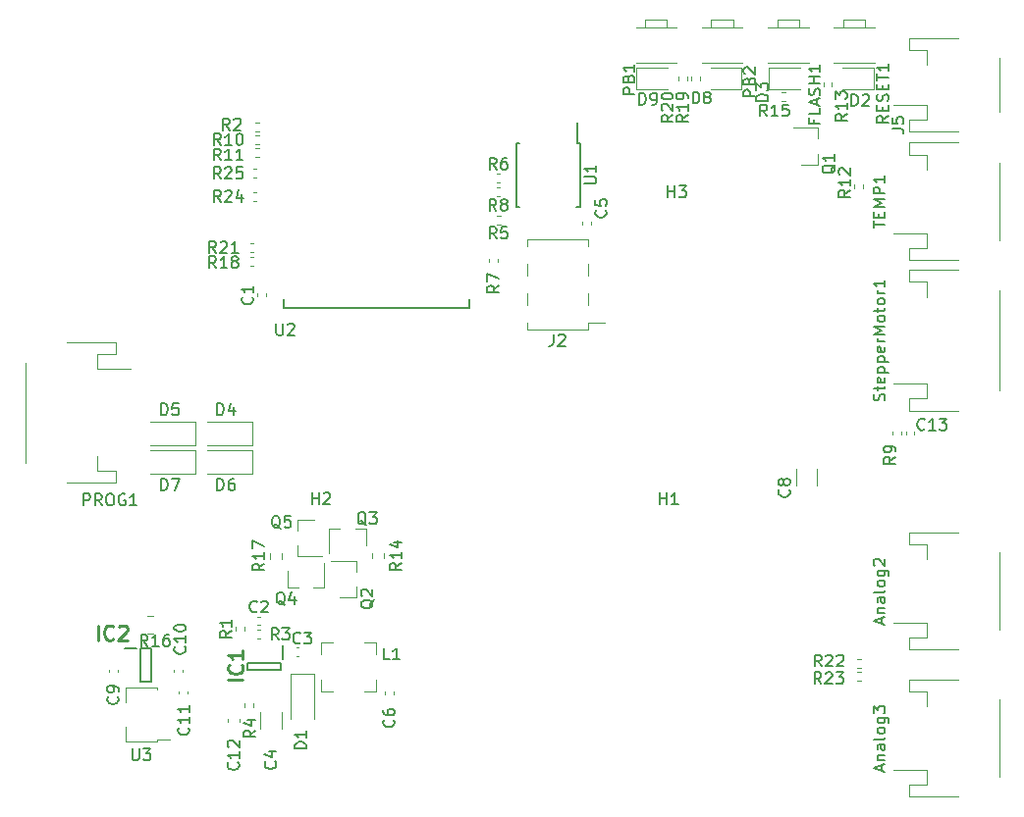
<source format=gbr>
%TF.GenerationSoftware,KiCad,Pcbnew,(5.1.9)-1*%
%TF.CreationDate,2021-05-06T00:14:11+03:00*%
%TF.ProjectId,hardware,68617264-7761-4726-952e-6b696361645f,rev?*%
%TF.SameCoordinates,Original*%
%TF.FileFunction,Legend,Top*%
%TF.FilePolarity,Positive*%
%FSLAX46Y46*%
G04 Gerber Fmt 4.6, Leading zero omitted, Abs format (unit mm)*
G04 Created by KiCad (PCBNEW (5.1.9)-1) date 2021-05-06 00:14:11*
%MOMM*%
%LPD*%
G01*
G04 APERTURE LIST*
%ADD10C,0.120000*%
%ADD11C,0.152400*%
%ADD12C,0.150000*%
%ADD13C,0.200000*%
%ADD14C,0.254000*%
G04 APERTURE END LIST*
D10*
%TO.C,R16*%
X204514564Y-116285000D02*
X204060436Y-116285000D01*
X204514564Y-114815000D02*
X204060436Y-114815000D01*
D11*
%TO.C,U2*%
X231796000Y-88221000D02*
X231796000Y-87459000D01*
X215794000Y-88221000D02*
X231796000Y-88221000D01*
X215794000Y-87459000D02*
X215794000Y-88221000D01*
D10*
%TO.C,Q1*%
X261860000Y-75830000D02*
X261860000Y-74900000D01*
X261860000Y-72670000D02*
X261860000Y-73600000D01*
X261860000Y-72670000D02*
X259700000Y-72670000D01*
X261860000Y-75830000D02*
X260400000Y-75830000D01*
%TO.C,R25*%
X213146359Y-76980000D02*
X213453641Y-76980000D01*
X213146359Y-76220000D02*
X213453641Y-76220000D01*
%TO.C,R24*%
X213146359Y-78980000D02*
X213453641Y-78980000D01*
X213146359Y-78220000D02*
X213453641Y-78220000D01*
%TO.C,R23*%
X265543641Y-119620000D02*
X265236359Y-119620000D01*
X265543641Y-120380000D02*
X265236359Y-120380000D01*
%TO.C,R22*%
X265543641Y-118520000D02*
X265236359Y-118520000D01*
X265543641Y-119280000D02*
X265236359Y-119280000D01*
%TO.C,C13*%
X270160000Y-99107836D02*
X270160000Y-98892164D01*
X269440000Y-99107836D02*
X269440000Y-98892164D01*
%TO.C,R21*%
X212881029Y-83359416D02*
X213188311Y-83359416D01*
X212881029Y-82599416D02*
X213188311Y-82599416D01*
%TO.C,R14*%
X224422500Y-109812258D02*
X224422500Y-109337742D01*
X223377500Y-109812258D02*
X223377500Y-109337742D01*
%TO.C,R20*%
X249820000Y-68236359D02*
X249820000Y-68543641D01*
X250580000Y-68236359D02*
X250580000Y-68543641D01*
%TO.C,R19*%
X250920000Y-68236359D02*
X250920000Y-68543641D01*
X251680000Y-68236359D02*
X251680000Y-68543641D01*
%TO.C,D9*%
X246215000Y-69360000D02*
X248900000Y-69360000D01*
X246215000Y-67440000D02*
X246215000Y-69360000D01*
X248900000Y-67440000D02*
X246215000Y-67440000D01*
%TO.C,D8*%
X255285000Y-67440000D02*
X252600000Y-67440000D01*
X255285000Y-69360000D02*
X255285000Y-67440000D01*
X252600000Y-69360000D02*
X255285000Y-69360000D01*
%TO.C,RESET1*%
X264050000Y-63970000D02*
X264050000Y-63320000D01*
X264050000Y-63320000D02*
X265950000Y-63320000D01*
X265950000Y-63320000D02*
X265950000Y-63970000D01*
X266750000Y-67070000D02*
X263250000Y-67070000D01*
X263250000Y-63970000D02*
X266750000Y-63970000D01*
%TO.C,PB2*%
X252650000Y-63970000D02*
X252650000Y-63320000D01*
X252650000Y-63320000D02*
X254550000Y-63320000D01*
X254550000Y-63320000D02*
X254550000Y-63970000D01*
X255350000Y-67070000D02*
X251850000Y-67070000D01*
X251850000Y-63970000D02*
X255350000Y-63970000D01*
%TO.C,PB1*%
X246950000Y-63970000D02*
X246950000Y-63320000D01*
X246950000Y-63320000D02*
X248850000Y-63320000D01*
X248850000Y-63320000D02*
X248850000Y-63970000D01*
X249650000Y-67070000D02*
X246150000Y-67070000D01*
X246150000Y-63970000D02*
X249650000Y-63970000D01*
%TO.C,FLASH1*%
X258350000Y-63970000D02*
X258350000Y-63320000D01*
X258350000Y-63320000D02*
X260250000Y-63320000D01*
X260250000Y-63320000D02*
X260250000Y-63970000D01*
X261050000Y-67070000D02*
X257550000Y-67070000D01*
X257550000Y-63970000D02*
X261050000Y-63970000D01*
%TO.C,TEMP1*%
X277510000Y-82340000D02*
X277510000Y-75660000D01*
X271290000Y-74960000D02*
X271290000Y-76240000D01*
X269690000Y-74960000D02*
X271290000Y-74960000D01*
X269690000Y-73940000D02*
X269690000Y-74960000D01*
X273940000Y-73940000D02*
X269690000Y-73940000D01*
X271290000Y-81760000D02*
X268400000Y-81760000D01*
X271290000Y-83040000D02*
X271290000Y-81760000D01*
X269690000Y-83040000D02*
X271290000Y-83040000D01*
X269690000Y-84060000D02*
X269690000Y-83040000D01*
X273940000Y-84060000D02*
X269690000Y-84060000D01*
%TO.C,StepperMotor1*%
X273940000Y-97060000D02*
X269690000Y-97060000D01*
X269690000Y-97060000D02*
X269690000Y-96040000D01*
X269690000Y-96040000D02*
X271290000Y-96040000D01*
X271290000Y-96040000D02*
X271290000Y-94760000D01*
X271290000Y-94760000D02*
X268400000Y-94760000D01*
X273940000Y-84940000D02*
X269690000Y-84940000D01*
X269690000Y-84940000D02*
X269690000Y-85960000D01*
X269690000Y-85960000D02*
X271290000Y-85960000D01*
X271290000Y-85960000D02*
X271290000Y-87240000D01*
X277510000Y-95340000D02*
X277510000Y-86660000D01*
%TO.C,PROG1*%
X197060000Y-91190000D02*
X201310000Y-91190000D01*
X201310000Y-91190000D02*
X201310000Y-92210000D01*
X201310000Y-92210000D02*
X199710000Y-92210000D01*
X199710000Y-92210000D02*
X199710000Y-93490000D01*
X199710000Y-93490000D02*
X202600000Y-93490000D01*
X197060000Y-103310000D02*
X201310000Y-103310000D01*
X201310000Y-103310000D02*
X201310000Y-102290000D01*
X201310000Y-102290000D02*
X199710000Y-102290000D01*
X199710000Y-102290000D02*
X199710000Y-101010000D01*
X193490000Y-92910000D02*
X193490000Y-101590000D01*
%TO.C,J5*%
X273940000Y-73010000D02*
X269690000Y-73010000D01*
X269690000Y-73010000D02*
X269690000Y-71990000D01*
X269690000Y-71990000D02*
X271290000Y-71990000D01*
X271290000Y-71990000D02*
X271290000Y-70710000D01*
X271290000Y-70710000D02*
X268400000Y-70710000D01*
X273940000Y-64890000D02*
X269690000Y-64890000D01*
X269690000Y-64890000D02*
X269690000Y-65910000D01*
X269690000Y-65910000D02*
X271290000Y-65910000D01*
X271290000Y-65910000D02*
X271290000Y-67190000D01*
X277510000Y-71290000D02*
X277510000Y-66610000D01*
%TO.C,Analog3*%
X273940000Y-130410000D02*
X269690000Y-130410000D01*
X269690000Y-130410000D02*
X269690000Y-129390000D01*
X269690000Y-129390000D02*
X271290000Y-129390000D01*
X271290000Y-129390000D02*
X271290000Y-128110000D01*
X271290000Y-128110000D02*
X268400000Y-128110000D01*
X273940000Y-120290000D02*
X269690000Y-120290000D01*
X269690000Y-120290000D02*
X269690000Y-121310000D01*
X269690000Y-121310000D02*
X271290000Y-121310000D01*
X271290000Y-121310000D02*
X271290000Y-122590000D01*
X277510000Y-128690000D02*
X277510000Y-122010000D01*
%TO.C,Analog2*%
X273940000Y-117710000D02*
X269690000Y-117710000D01*
X269690000Y-117710000D02*
X269690000Y-116690000D01*
X269690000Y-116690000D02*
X271290000Y-116690000D01*
X271290000Y-116690000D02*
X271290000Y-115410000D01*
X271290000Y-115410000D02*
X268400000Y-115410000D01*
X273940000Y-107590000D02*
X269690000Y-107590000D01*
X269690000Y-107590000D02*
X269690000Y-108610000D01*
X269690000Y-108610000D02*
X271290000Y-108610000D01*
X271290000Y-108610000D02*
X271290000Y-109890000D01*
X277510000Y-115990000D02*
X277510000Y-109310000D01*
%TO.C,U3*%
X202140000Y-122250000D02*
X202140000Y-120940000D01*
X202140000Y-120940000D02*
X204860000Y-120940000D01*
X206000000Y-125430000D02*
X204860000Y-125430000D01*
X202140000Y-125660000D02*
X202140000Y-124350000D01*
X204860000Y-125660000D02*
X202140000Y-125660000D01*
X204860000Y-125660000D02*
X204860000Y-125430000D01*
X204860000Y-120940000D02*
X204860000Y-121170000D01*
D12*
%TO.C,U1*%
X241355000Y-73950000D02*
X241150000Y-73950000D01*
X241355000Y-79450000D02*
X241055000Y-79450000D01*
X235845000Y-79450000D02*
X236145000Y-79450000D01*
X235845000Y-73950000D02*
X236145000Y-73950000D01*
X241355000Y-73950000D02*
X241355000Y-79450000D01*
X235845000Y-73950000D02*
X235845000Y-79450000D01*
X241150000Y-73950000D02*
X241150000Y-72200000D01*
D10*
%TO.C,R18*%
X212881029Y-83820000D02*
X213188311Y-83820000D01*
X212881029Y-84580000D02*
X213188311Y-84580000D01*
%TO.C,R17*%
X214577500Y-109862258D02*
X214577500Y-109387742D01*
X215622500Y-109862258D02*
X215622500Y-109387742D01*
%TO.C,R15*%
X258736359Y-69620000D02*
X259043641Y-69620000D01*
X258736359Y-70380000D02*
X259043641Y-70380000D01*
%TO.C,R13*%
X263080000Y-68736359D02*
X263080000Y-69043641D01*
X262320000Y-68736359D02*
X262320000Y-69043641D01*
%TO.C,R12*%
X265020000Y-77863641D02*
X265020000Y-77556359D01*
X265780000Y-77863641D02*
X265780000Y-77556359D01*
%TO.C,R11*%
X213643641Y-75180000D02*
X213336359Y-75180000D01*
X213643641Y-74420000D02*
X213336359Y-74420000D01*
%TO.C,R10*%
X213663641Y-74080000D02*
X213356359Y-74080000D01*
X213663641Y-73320000D02*
X213356359Y-73320000D01*
%TO.C,R9*%
X269080000Y-98846359D02*
X269080000Y-99153641D01*
X268320000Y-98846359D02*
X268320000Y-99153641D01*
%TO.C,R8*%
X234443641Y-78580000D02*
X234136359Y-78580000D01*
X234443641Y-77820000D02*
X234136359Y-77820000D01*
%TO.C,R7*%
X234280000Y-83956359D02*
X234280000Y-84263641D01*
X233520000Y-83956359D02*
X233520000Y-84263641D01*
%TO.C,R6*%
X234443641Y-77380000D02*
X234136359Y-77380000D01*
X234443641Y-76620000D02*
X234136359Y-76620000D01*
%TO.C,R5*%
X234463641Y-80980000D02*
X234156359Y-80980000D01*
X234463641Y-80220000D02*
X234156359Y-80220000D01*
%TO.C,R4*%
X213180000Y-122346359D02*
X213180000Y-122653641D01*
X212420000Y-122346359D02*
X212420000Y-122653641D01*
%TO.C,R3*%
X213496359Y-115960000D02*
X213803641Y-115960000D01*
X213496359Y-116720000D02*
X213803641Y-116720000D01*
%TO.C,R2*%
X213336359Y-72220000D02*
X213643641Y-72220000D01*
X213336359Y-72980000D02*
X213643641Y-72980000D01*
%TO.C,R1*%
X211620000Y-116063641D02*
X211620000Y-115756359D01*
X212380000Y-116063641D02*
X212380000Y-115756359D01*
%TO.C,Q5*%
X216940000Y-106470000D02*
X216940000Y-107400000D01*
X216940000Y-109630000D02*
X216940000Y-108700000D01*
X216940000Y-109630000D02*
X219100000Y-109630000D01*
X216940000Y-106470000D02*
X218400000Y-106470000D01*
%TO.C,Q4*%
X216120000Y-112360000D02*
X217050000Y-112360000D01*
X219280000Y-112360000D02*
X218350000Y-112360000D01*
X219280000Y-112360000D02*
X219280000Y-110200000D01*
X216120000Y-112360000D02*
X216120000Y-110900000D01*
%TO.C,Q3*%
X222880000Y-107240000D02*
X221950000Y-107240000D01*
X219720000Y-107240000D02*
X220650000Y-107240000D01*
X219720000Y-107240000D02*
X219720000Y-109400000D01*
X222880000Y-107240000D02*
X222880000Y-108700000D01*
%TO.C,Q2*%
X222060000Y-113180000D02*
X222060000Y-112250000D01*
X222060000Y-110020000D02*
X222060000Y-110950000D01*
X222060000Y-110020000D02*
X219900000Y-110020000D01*
X222060000Y-113180000D02*
X220600000Y-113180000D01*
%TO.C,L1*%
X218990000Y-117090000D02*
X218990000Y-118115000D01*
X218990000Y-117090000D02*
X220015000Y-117090000D01*
X223760000Y-117090000D02*
X222735000Y-117090000D01*
X223760000Y-117090000D02*
X223760000Y-118115000D01*
X223760000Y-121310000D02*
X223760000Y-120285000D01*
X218990000Y-121310000D02*
X218990000Y-120285000D01*
X223760000Y-121310000D02*
X222735000Y-121310000D01*
X218990000Y-121310000D02*
X220015000Y-121310000D01*
%TO.C,J2*%
X242000000Y-90030000D02*
X236800000Y-90030000D01*
X242000000Y-82290000D02*
X236800000Y-82290000D01*
X243440000Y-89460000D02*
X242000000Y-89460000D01*
X242000000Y-90030000D02*
X242000000Y-89460000D01*
X236800000Y-90030000D02*
X236800000Y-89460000D01*
X242000000Y-82860000D02*
X242000000Y-82290000D01*
X236800000Y-82860000D02*
X236800000Y-82290000D01*
X242000000Y-87940000D02*
X242000000Y-86920000D01*
X236800000Y-87940000D02*
X236800000Y-86920000D01*
X242000000Y-85400000D02*
X242000000Y-84380000D01*
X236800000Y-85400000D02*
X236800000Y-84380000D01*
D13*
%TO.C,IC2*%
X203475000Y-117600000D02*
X204325000Y-117600000D01*
X204325000Y-117600000D02*
X204325000Y-120500000D01*
X204325000Y-120500000D02*
X203475000Y-120500000D01*
X203475000Y-120500000D02*
X203475000Y-117600000D01*
X202075000Y-117575000D02*
X203125000Y-117575000D01*
%TO.C,IC1*%
X215550000Y-118850000D02*
X215550000Y-119450000D01*
X215550000Y-119450000D02*
X212650000Y-119450000D01*
X212650000Y-119450000D02*
X212650000Y-118850000D01*
X212650000Y-118850000D02*
X215550000Y-118850000D01*
X215700000Y-117300000D02*
X215700000Y-118500000D01*
D10*
%TO.C,D7*%
X208210000Y-102500000D02*
X208210000Y-100500000D01*
X208210000Y-100500000D02*
X204310000Y-100500000D01*
X208210000Y-102500000D02*
X204310000Y-102500000D01*
%TO.C,D6*%
X213050000Y-102500000D02*
X213050000Y-100500000D01*
X213050000Y-100500000D02*
X209150000Y-100500000D01*
X213050000Y-102500000D02*
X209150000Y-102500000D01*
%TO.C,D5*%
X208210000Y-100050000D02*
X208210000Y-98050000D01*
X208210000Y-98050000D02*
X204310000Y-98050000D01*
X208210000Y-100050000D02*
X204310000Y-100050000D01*
%TO.C,D4*%
X213050000Y-100050000D02*
X213050000Y-98050000D01*
X213050000Y-98050000D02*
X209150000Y-98050000D01*
X213050000Y-100050000D02*
X209150000Y-100050000D01*
%TO.C,D3*%
X260300000Y-67440000D02*
X257615000Y-67440000D01*
X257615000Y-67440000D02*
X257615000Y-69360000D01*
X257615000Y-69360000D02*
X260300000Y-69360000D01*
%TO.C,D2*%
X264000000Y-69360000D02*
X266685000Y-69360000D01*
X266685000Y-69360000D02*
X266685000Y-67440000D01*
X266685000Y-67440000D02*
X264000000Y-67440000D01*
%TO.C,D1*%
X218400000Y-119800000D02*
X216400000Y-119800000D01*
X216400000Y-119800000D02*
X216400000Y-123700000D01*
X218400000Y-119800000D02*
X218400000Y-123700000D01*
%TO.C,C12*%
X212010000Y-123684420D02*
X212010000Y-123965580D01*
X210990000Y-123684420D02*
X210990000Y-123965580D01*
%TO.C,C11*%
X206740000Y-121487836D02*
X206740000Y-121272164D01*
X207460000Y-121487836D02*
X207460000Y-121272164D01*
%TO.C,C10*%
X206340000Y-119627836D02*
X206340000Y-119412164D01*
X207060000Y-119627836D02*
X207060000Y-119412164D01*
%TO.C,C9*%
X200740000Y-119627836D02*
X200740000Y-119412164D01*
X201460000Y-119627836D02*
X201460000Y-119412164D01*
%TO.C,C8*%
X261810000Y-102088748D02*
X261810000Y-103511252D01*
X259990000Y-102088748D02*
X259990000Y-103511252D01*
%TO.C,C6*%
X225260000Y-121312164D02*
X225260000Y-121527836D01*
X224540000Y-121312164D02*
X224540000Y-121527836D01*
%TO.C,C5*%
X242260000Y-80772164D02*
X242260000Y-80987836D01*
X241540000Y-80772164D02*
X241540000Y-80987836D01*
%TO.C,C4*%
X215610000Y-123113748D02*
X215610000Y-124536252D01*
X213790000Y-123113748D02*
X213790000Y-124536252D01*
%TO.C,C3*%
X216872164Y-117540000D02*
X217087836Y-117540000D01*
X216872164Y-118260000D02*
X217087836Y-118260000D01*
%TO.C,C2*%
X213542164Y-114840000D02*
X213757836Y-114840000D01*
X213542164Y-115560000D02*
X213757836Y-115560000D01*
%TO.C,C1*%
X214260000Y-86972164D02*
X214260000Y-87187836D01*
X213540000Y-86972164D02*
X213540000Y-87187836D01*
%TO.C,R16*%
D12*
X204057142Y-117402380D02*
X203723809Y-116926190D01*
X203485714Y-117402380D02*
X203485714Y-116402380D01*
X203866666Y-116402380D01*
X203961904Y-116450000D01*
X204009523Y-116497619D01*
X204057142Y-116592857D01*
X204057142Y-116735714D01*
X204009523Y-116830952D01*
X203961904Y-116878571D01*
X203866666Y-116926190D01*
X203485714Y-116926190D01*
X205009523Y-117402380D02*
X204438095Y-117402380D01*
X204723809Y-117402380D02*
X204723809Y-116402380D01*
X204628571Y-116545238D01*
X204533333Y-116640476D01*
X204438095Y-116688095D01*
X205866666Y-116402380D02*
X205676190Y-116402380D01*
X205580952Y-116450000D01*
X205533333Y-116497619D01*
X205438095Y-116640476D01*
X205390476Y-116830952D01*
X205390476Y-117211904D01*
X205438095Y-117307142D01*
X205485714Y-117354761D01*
X205580952Y-117402380D01*
X205771428Y-117402380D01*
X205866666Y-117354761D01*
X205914285Y-117307142D01*
X205961904Y-117211904D01*
X205961904Y-116973809D01*
X205914285Y-116878571D01*
X205866666Y-116830952D01*
X205771428Y-116783333D01*
X205580952Y-116783333D01*
X205485714Y-116830952D01*
X205438095Y-116878571D01*
X205390476Y-116973809D01*
%TO.C,U2*%
X215148095Y-89552380D02*
X215148095Y-90361904D01*
X215195714Y-90457142D01*
X215243333Y-90504761D01*
X215338571Y-90552380D01*
X215529047Y-90552380D01*
X215624285Y-90504761D01*
X215671904Y-90457142D01*
X215719523Y-90361904D01*
X215719523Y-89552380D01*
X216148095Y-89647619D02*
X216195714Y-89600000D01*
X216290952Y-89552380D01*
X216529047Y-89552380D01*
X216624285Y-89600000D01*
X216671904Y-89647619D01*
X216719523Y-89742857D01*
X216719523Y-89838095D01*
X216671904Y-89980952D01*
X216100476Y-90552380D01*
X216719523Y-90552380D01*
%TO.C,Q1*%
X263347619Y-75845238D02*
X263300000Y-75940476D01*
X263204761Y-76035714D01*
X263061904Y-76178571D01*
X263014285Y-76273809D01*
X263014285Y-76369047D01*
X263252380Y-76321428D02*
X263204761Y-76416666D01*
X263109523Y-76511904D01*
X262919047Y-76559523D01*
X262585714Y-76559523D01*
X262395238Y-76511904D01*
X262300000Y-76416666D01*
X262252380Y-76321428D01*
X262252380Y-76130952D01*
X262300000Y-76035714D01*
X262395238Y-75940476D01*
X262585714Y-75892857D01*
X262919047Y-75892857D01*
X263109523Y-75940476D01*
X263204761Y-76035714D01*
X263252380Y-76130952D01*
X263252380Y-76321428D01*
X263252380Y-74940476D02*
X263252380Y-75511904D01*
X263252380Y-75226190D02*
X262252380Y-75226190D01*
X262395238Y-75321428D01*
X262490476Y-75416666D01*
X262538095Y-75511904D01*
%TO.C,R25*%
X210357142Y-77052380D02*
X210023809Y-76576190D01*
X209785714Y-77052380D02*
X209785714Y-76052380D01*
X210166666Y-76052380D01*
X210261904Y-76100000D01*
X210309523Y-76147619D01*
X210357142Y-76242857D01*
X210357142Y-76385714D01*
X210309523Y-76480952D01*
X210261904Y-76528571D01*
X210166666Y-76576190D01*
X209785714Y-76576190D01*
X210738095Y-76147619D02*
X210785714Y-76100000D01*
X210880952Y-76052380D01*
X211119047Y-76052380D01*
X211214285Y-76100000D01*
X211261904Y-76147619D01*
X211309523Y-76242857D01*
X211309523Y-76338095D01*
X211261904Y-76480952D01*
X210690476Y-77052380D01*
X211309523Y-77052380D01*
X212214285Y-76052380D02*
X211738095Y-76052380D01*
X211690476Y-76528571D01*
X211738095Y-76480952D01*
X211833333Y-76433333D01*
X212071428Y-76433333D01*
X212166666Y-76480952D01*
X212214285Y-76528571D01*
X212261904Y-76623809D01*
X212261904Y-76861904D01*
X212214285Y-76957142D01*
X212166666Y-77004761D01*
X212071428Y-77052380D01*
X211833333Y-77052380D01*
X211738095Y-77004761D01*
X211690476Y-76957142D01*
%TO.C,R24*%
X210357142Y-79052380D02*
X210023809Y-78576190D01*
X209785714Y-79052380D02*
X209785714Y-78052380D01*
X210166666Y-78052380D01*
X210261904Y-78100000D01*
X210309523Y-78147619D01*
X210357142Y-78242857D01*
X210357142Y-78385714D01*
X210309523Y-78480952D01*
X210261904Y-78528571D01*
X210166666Y-78576190D01*
X209785714Y-78576190D01*
X210738095Y-78147619D02*
X210785714Y-78100000D01*
X210880952Y-78052380D01*
X211119047Y-78052380D01*
X211214285Y-78100000D01*
X211261904Y-78147619D01*
X211309523Y-78242857D01*
X211309523Y-78338095D01*
X211261904Y-78480952D01*
X210690476Y-79052380D01*
X211309523Y-79052380D01*
X212166666Y-78385714D02*
X212166666Y-79052380D01*
X211928571Y-78004761D02*
X211690476Y-78719047D01*
X212309523Y-78719047D01*
%TO.C,R23*%
X262147142Y-120652380D02*
X261813809Y-120176190D01*
X261575714Y-120652380D02*
X261575714Y-119652380D01*
X261956666Y-119652380D01*
X262051904Y-119700000D01*
X262099523Y-119747619D01*
X262147142Y-119842857D01*
X262147142Y-119985714D01*
X262099523Y-120080952D01*
X262051904Y-120128571D01*
X261956666Y-120176190D01*
X261575714Y-120176190D01*
X262528095Y-119747619D02*
X262575714Y-119700000D01*
X262670952Y-119652380D01*
X262909047Y-119652380D01*
X263004285Y-119700000D01*
X263051904Y-119747619D01*
X263099523Y-119842857D01*
X263099523Y-119938095D01*
X263051904Y-120080952D01*
X262480476Y-120652380D01*
X263099523Y-120652380D01*
X263432857Y-119652380D02*
X264051904Y-119652380D01*
X263718571Y-120033333D01*
X263861428Y-120033333D01*
X263956666Y-120080952D01*
X264004285Y-120128571D01*
X264051904Y-120223809D01*
X264051904Y-120461904D01*
X264004285Y-120557142D01*
X263956666Y-120604761D01*
X263861428Y-120652380D01*
X263575714Y-120652380D01*
X263480476Y-120604761D01*
X263432857Y-120557142D01*
%TO.C,R22*%
X262157142Y-119152380D02*
X261823809Y-118676190D01*
X261585714Y-119152380D02*
X261585714Y-118152380D01*
X261966666Y-118152380D01*
X262061904Y-118200000D01*
X262109523Y-118247619D01*
X262157142Y-118342857D01*
X262157142Y-118485714D01*
X262109523Y-118580952D01*
X262061904Y-118628571D01*
X261966666Y-118676190D01*
X261585714Y-118676190D01*
X262538095Y-118247619D02*
X262585714Y-118200000D01*
X262680952Y-118152380D01*
X262919047Y-118152380D01*
X263014285Y-118200000D01*
X263061904Y-118247619D01*
X263109523Y-118342857D01*
X263109523Y-118438095D01*
X263061904Y-118580952D01*
X262490476Y-119152380D01*
X263109523Y-119152380D01*
X263490476Y-118247619D02*
X263538095Y-118200000D01*
X263633333Y-118152380D01*
X263871428Y-118152380D01*
X263966666Y-118200000D01*
X264014285Y-118247619D01*
X264061904Y-118342857D01*
X264061904Y-118438095D01*
X264014285Y-118580952D01*
X263442857Y-119152380D01*
X264061904Y-119152380D01*
%TO.C,C13*%
X271057142Y-98657142D02*
X271009523Y-98704761D01*
X270866666Y-98752380D01*
X270771428Y-98752380D01*
X270628571Y-98704761D01*
X270533333Y-98609523D01*
X270485714Y-98514285D01*
X270438095Y-98323809D01*
X270438095Y-98180952D01*
X270485714Y-97990476D01*
X270533333Y-97895238D01*
X270628571Y-97800000D01*
X270771428Y-97752380D01*
X270866666Y-97752380D01*
X271009523Y-97800000D01*
X271057142Y-97847619D01*
X272009523Y-98752380D02*
X271438095Y-98752380D01*
X271723809Y-98752380D02*
X271723809Y-97752380D01*
X271628571Y-97895238D01*
X271533333Y-97990476D01*
X271438095Y-98038095D01*
X272342857Y-97752380D02*
X272961904Y-97752380D01*
X272628571Y-98133333D01*
X272771428Y-98133333D01*
X272866666Y-98180952D01*
X272914285Y-98228571D01*
X272961904Y-98323809D01*
X272961904Y-98561904D01*
X272914285Y-98657142D01*
X272866666Y-98704761D01*
X272771428Y-98752380D01*
X272485714Y-98752380D01*
X272390476Y-98704761D01*
X272342857Y-98657142D01*
%TO.C,R21*%
X209957142Y-83452380D02*
X209623809Y-82976190D01*
X209385714Y-83452380D02*
X209385714Y-82452380D01*
X209766666Y-82452380D01*
X209861904Y-82500000D01*
X209909523Y-82547619D01*
X209957142Y-82642857D01*
X209957142Y-82785714D01*
X209909523Y-82880952D01*
X209861904Y-82928571D01*
X209766666Y-82976190D01*
X209385714Y-82976190D01*
X210338095Y-82547619D02*
X210385714Y-82500000D01*
X210480952Y-82452380D01*
X210719047Y-82452380D01*
X210814285Y-82500000D01*
X210861904Y-82547619D01*
X210909523Y-82642857D01*
X210909523Y-82738095D01*
X210861904Y-82880952D01*
X210290476Y-83452380D01*
X210909523Y-83452380D01*
X211861904Y-83452380D02*
X211290476Y-83452380D01*
X211576190Y-83452380D02*
X211576190Y-82452380D01*
X211480952Y-82595238D01*
X211385714Y-82690476D01*
X211290476Y-82738095D01*
%TO.C,R14*%
X225952380Y-110217857D02*
X225476190Y-110551190D01*
X225952380Y-110789285D02*
X224952380Y-110789285D01*
X224952380Y-110408333D01*
X225000000Y-110313095D01*
X225047619Y-110265476D01*
X225142857Y-110217857D01*
X225285714Y-110217857D01*
X225380952Y-110265476D01*
X225428571Y-110313095D01*
X225476190Y-110408333D01*
X225476190Y-110789285D01*
X225952380Y-109265476D02*
X225952380Y-109836904D01*
X225952380Y-109551190D02*
X224952380Y-109551190D01*
X225095238Y-109646428D01*
X225190476Y-109741666D01*
X225238095Y-109836904D01*
X225285714Y-108408333D02*
X225952380Y-108408333D01*
X224904761Y-108646428D02*
X225619047Y-108884523D01*
X225619047Y-108265476D01*
%TO.C,R20*%
X249352380Y-71542857D02*
X248876190Y-71876190D01*
X249352380Y-72114285D02*
X248352380Y-72114285D01*
X248352380Y-71733333D01*
X248400000Y-71638095D01*
X248447619Y-71590476D01*
X248542857Y-71542857D01*
X248685714Y-71542857D01*
X248780952Y-71590476D01*
X248828571Y-71638095D01*
X248876190Y-71733333D01*
X248876190Y-72114285D01*
X248447619Y-71161904D02*
X248400000Y-71114285D01*
X248352380Y-71019047D01*
X248352380Y-70780952D01*
X248400000Y-70685714D01*
X248447619Y-70638095D01*
X248542857Y-70590476D01*
X248638095Y-70590476D01*
X248780952Y-70638095D01*
X249352380Y-71209523D01*
X249352380Y-70590476D01*
X248352380Y-69971428D02*
X248352380Y-69876190D01*
X248400000Y-69780952D01*
X248447619Y-69733333D01*
X248542857Y-69685714D01*
X248733333Y-69638095D01*
X248971428Y-69638095D01*
X249161904Y-69685714D01*
X249257142Y-69733333D01*
X249304761Y-69780952D01*
X249352380Y-69876190D01*
X249352380Y-69971428D01*
X249304761Y-70066666D01*
X249257142Y-70114285D01*
X249161904Y-70161904D01*
X248971428Y-70209523D01*
X248733333Y-70209523D01*
X248542857Y-70161904D01*
X248447619Y-70114285D01*
X248400000Y-70066666D01*
X248352380Y-69971428D01*
%TO.C,R19*%
X250652380Y-71542857D02*
X250176190Y-71876190D01*
X250652380Y-72114285D02*
X249652380Y-72114285D01*
X249652380Y-71733333D01*
X249700000Y-71638095D01*
X249747619Y-71590476D01*
X249842857Y-71542857D01*
X249985714Y-71542857D01*
X250080952Y-71590476D01*
X250128571Y-71638095D01*
X250176190Y-71733333D01*
X250176190Y-72114285D01*
X250652380Y-70590476D02*
X250652380Y-71161904D01*
X250652380Y-70876190D02*
X249652380Y-70876190D01*
X249795238Y-70971428D01*
X249890476Y-71066666D01*
X249938095Y-71161904D01*
X250652380Y-70114285D02*
X250652380Y-69923809D01*
X250604761Y-69828571D01*
X250557142Y-69780952D01*
X250414285Y-69685714D01*
X250223809Y-69638095D01*
X249842857Y-69638095D01*
X249747619Y-69685714D01*
X249700000Y-69733333D01*
X249652380Y-69828571D01*
X249652380Y-70019047D01*
X249700000Y-70114285D01*
X249747619Y-70161904D01*
X249842857Y-70209523D01*
X250080952Y-70209523D01*
X250176190Y-70161904D01*
X250223809Y-70114285D01*
X250271428Y-70019047D01*
X250271428Y-69828571D01*
X250223809Y-69733333D01*
X250176190Y-69685714D01*
X250080952Y-69638095D01*
%TO.C,D9*%
X246461904Y-70652380D02*
X246461904Y-69652380D01*
X246700000Y-69652380D01*
X246842857Y-69700000D01*
X246938095Y-69795238D01*
X246985714Y-69890476D01*
X247033333Y-70080952D01*
X247033333Y-70223809D01*
X246985714Y-70414285D01*
X246938095Y-70509523D01*
X246842857Y-70604761D01*
X246700000Y-70652380D01*
X246461904Y-70652380D01*
X247509523Y-70652380D02*
X247700000Y-70652380D01*
X247795238Y-70604761D01*
X247842857Y-70557142D01*
X247938095Y-70414285D01*
X247985714Y-70223809D01*
X247985714Y-69842857D01*
X247938095Y-69747619D01*
X247890476Y-69700000D01*
X247795238Y-69652380D01*
X247604761Y-69652380D01*
X247509523Y-69700000D01*
X247461904Y-69747619D01*
X247414285Y-69842857D01*
X247414285Y-70080952D01*
X247461904Y-70176190D01*
X247509523Y-70223809D01*
X247604761Y-70271428D01*
X247795238Y-70271428D01*
X247890476Y-70223809D01*
X247938095Y-70176190D01*
X247985714Y-70080952D01*
%TO.C,D8*%
X251061904Y-70552380D02*
X251061904Y-69552380D01*
X251300000Y-69552380D01*
X251442857Y-69600000D01*
X251538095Y-69695238D01*
X251585714Y-69790476D01*
X251633333Y-69980952D01*
X251633333Y-70123809D01*
X251585714Y-70314285D01*
X251538095Y-70409523D01*
X251442857Y-70504761D01*
X251300000Y-70552380D01*
X251061904Y-70552380D01*
X252204761Y-69980952D02*
X252109523Y-69933333D01*
X252061904Y-69885714D01*
X252014285Y-69790476D01*
X252014285Y-69742857D01*
X252061904Y-69647619D01*
X252109523Y-69600000D01*
X252204761Y-69552380D01*
X252395238Y-69552380D01*
X252490476Y-69600000D01*
X252538095Y-69647619D01*
X252585714Y-69742857D01*
X252585714Y-69790476D01*
X252538095Y-69885714D01*
X252490476Y-69933333D01*
X252395238Y-69980952D01*
X252204761Y-69980952D01*
X252109523Y-70028571D01*
X252061904Y-70076190D01*
X252014285Y-70171428D01*
X252014285Y-70361904D01*
X252061904Y-70457142D01*
X252109523Y-70504761D01*
X252204761Y-70552380D01*
X252395238Y-70552380D01*
X252490476Y-70504761D01*
X252538095Y-70457142D01*
X252585714Y-70361904D01*
X252585714Y-70171428D01*
X252538095Y-70076190D01*
X252490476Y-70028571D01*
X252395238Y-69980952D01*
%TO.C,H3*%
X248938095Y-78652380D02*
X248938095Y-77652380D01*
X248938095Y-78128571D02*
X249509523Y-78128571D01*
X249509523Y-78652380D02*
X249509523Y-77652380D01*
X249890476Y-77652380D02*
X250509523Y-77652380D01*
X250176190Y-78033333D01*
X250319047Y-78033333D01*
X250414285Y-78080952D01*
X250461904Y-78128571D01*
X250509523Y-78223809D01*
X250509523Y-78461904D01*
X250461904Y-78557142D01*
X250414285Y-78604761D01*
X250319047Y-78652380D01*
X250033333Y-78652380D01*
X249938095Y-78604761D01*
X249890476Y-78557142D01*
%TO.C,H2*%
X218238095Y-105152380D02*
X218238095Y-104152380D01*
X218238095Y-104628571D02*
X218809523Y-104628571D01*
X218809523Y-105152380D02*
X218809523Y-104152380D01*
X219238095Y-104247619D02*
X219285714Y-104200000D01*
X219380952Y-104152380D01*
X219619047Y-104152380D01*
X219714285Y-104200000D01*
X219761904Y-104247619D01*
X219809523Y-104342857D01*
X219809523Y-104438095D01*
X219761904Y-104580952D01*
X219190476Y-105152380D01*
X219809523Y-105152380D01*
%TO.C,H1*%
X248238095Y-105152380D02*
X248238095Y-104152380D01*
X248238095Y-104628571D02*
X248809523Y-104628571D01*
X248809523Y-105152380D02*
X248809523Y-104152380D01*
X249809523Y-105152380D02*
X249238095Y-105152380D01*
X249523809Y-105152380D02*
X249523809Y-104152380D01*
X249428571Y-104295238D01*
X249333333Y-104390476D01*
X249238095Y-104438095D01*
%TO.C,RESET1*%
X267952380Y-71628571D02*
X267476190Y-71961904D01*
X267952380Y-72200000D02*
X266952380Y-72200000D01*
X266952380Y-71819047D01*
X267000000Y-71723809D01*
X267047619Y-71676190D01*
X267142857Y-71628571D01*
X267285714Y-71628571D01*
X267380952Y-71676190D01*
X267428571Y-71723809D01*
X267476190Y-71819047D01*
X267476190Y-72200000D01*
X267428571Y-71200000D02*
X267428571Y-70866666D01*
X267952380Y-70723809D02*
X267952380Y-71200000D01*
X266952380Y-71200000D01*
X266952380Y-70723809D01*
X267904761Y-70342857D02*
X267952380Y-70200000D01*
X267952380Y-69961904D01*
X267904761Y-69866666D01*
X267857142Y-69819047D01*
X267761904Y-69771428D01*
X267666666Y-69771428D01*
X267571428Y-69819047D01*
X267523809Y-69866666D01*
X267476190Y-69961904D01*
X267428571Y-70152380D01*
X267380952Y-70247619D01*
X267333333Y-70295238D01*
X267238095Y-70342857D01*
X267142857Y-70342857D01*
X267047619Y-70295238D01*
X267000000Y-70247619D01*
X266952380Y-70152380D01*
X266952380Y-69914285D01*
X267000000Y-69771428D01*
X267428571Y-69342857D02*
X267428571Y-69009523D01*
X267952380Y-68866666D02*
X267952380Y-69342857D01*
X266952380Y-69342857D01*
X266952380Y-68866666D01*
X266952380Y-68580952D02*
X266952380Y-68009523D01*
X267952380Y-68295238D02*
X266952380Y-68295238D01*
X267952380Y-67152380D02*
X267952380Y-67723809D01*
X267952380Y-67438095D02*
X266952380Y-67438095D01*
X267095238Y-67533333D01*
X267190476Y-67628571D01*
X267238095Y-67723809D01*
%TO.C,PB2*%
X256452380Y-69938095D02*
X255452380Y-69938095D01*
X255452380Y-69557142D01*
X255500000Y-69461904D01*
X255547619Y-69414285D01*
X255642857Y-69366666D01*
X255785714Y-69366666D01*
X255880952Y-69414285D01*
X255928571Y-69461904D01*
X255976190Y-69557142D01*
X255976190Y-69938095D01*
X255928571Y-68604761D02*
X255976190Y-68461904D01*
X256023809Y-68414285D01*
X256119047Y-68366666D01*
X256261904Y-68366666D01*
X256357142Y-68414285D01*
X256404761Y-68461904D01*
X256452380Y-68557142D01*
X256452380Y-68938095D01*
X255452380Y-68938095D01*
X255452380Y-68604761D01*
X255500000Y-68509523D01*
X255547619Y-68461904D01*
X255642857Y-68414285D01*
X255738095Y-68414285D01*
X255833333Y-68461904D01*
X255880952Y-68509523D01*
X255928571Y-68604761D01*
X255928571Y-68938095D01*
X255547619Y-67985714D02*
X255500000Y-67938095D01*
X255452380Y-67842857D01*
X255452380Y-67604761D01*
X255500000Y-67509523D01*
X255547619Y-67461904D01*
X255642857Y-67414285D01*
X255738095Y-67414285D01*
X255880952Y-67461904D01*
X256452380Y-68033333D01*
X256452380Y-67414285D01*
%TO.C,PB1*%
X246052380Y-69738095D02*
X245052380Y-69738095D01*
X245052380Y-69357142D01*
X245100000Y-69261904D01*
X245147619Y-69214285D01*
X245242857Y-69166666D01*
X245385714Y-69166666D01*
X245480952Y-69214285D01*
X245528571Y-69261904D01*
X245576190Y-69357142D01*
X245576190Y-69738095D01*
X245528571Y-68404761D02*
X245576190Y-68261904D01*
X245623809Y-68214285D01*
X245719047Y-68166666D01*
X245861904Y-68166666D01*
X245957142Y-68214285D01*
X246004761Y-68261904D01*
X246052380Y-68357142D01*
X246052380Y-68738095D01*
X245052380Y-68738095D01*
X245052380Y-68404761D01*
X245100000Y-68309523D01*
X245147619Y-68261904D01*
X245242857Y-68214285D01*
X245338095Y-68214285D01*
X245433333Y-68261904D01*
X245480952Y-68309523D01*
X245528571Y-68404761D01*
X245528571Y-68738095D01*
X246052380Y-67214285D02*
X246052380Y-67785714D01*
X246052380Y-67500000D02*
X245052380Y-67500000D01*
X245195238Y-67595238D01*
X245290476Y-67690476D01*
X245338095Y-67785714D01*
%TO.C,FLASH1*%
X261528571Y-71966666D02*
X261528571Y-72300000D01*
X262052380Y-72300000D02*
X261052380Y-72300000D01*
X261052380Y-71823809D01*
X262052380Y-70966666D02*
X262052380Y-71442857D01*
X261052380Y-71442857D01*
X261766666Y-70680952D02*
X261766666Y-70204761D01*
X262052380Y-70776190D02*
X261052380Y-70442857D01*
X262052380Y-70109523D01*
X262004761Y-69823809D02*
X262052380Y-69680952D01*
X262052380Y-69442857D01*
X262004761Y-69347619D01*
X261957142Y-69300000D01*
X261861904Y-69252380D01*
X261766666Y-69252380D01*
X261671428Y-69300000D01*
X261623809Y-69347619D01*
X261576190Y-69442857D01*
X261528571Y-69633333D01*
X261480952Y-69728571D01*
X261433333Y-69776190D01*
X261338095Y-69823809D01*
X261242857Y-69823809D01*
X261147619Y-69776190D01*
X261100000Y-69728571D01*
X261052380Y-69633333D01*
X261052380Y-69395238D01*
X261100000Y-69252380D01*
X262052380Y-68823809D02*
X261052380Y-68823809D01*
X261528571Y-68823809D02*
X261528571Y-68252380D01*
X262052380Y-68252380D02*
X261052380Y-68252380D01*
X262052380Y-67252380D02*
X262052380Y-67823809D01*
X262052380Y-67538095D02*
X261052380Y-67538095D01*
X261195238Y-67633333D01*
X261290476Y-67728571D01*
X261338095Y-67823809D01*
%TO.C,TEMP1*%
X266652380Y-81285714D02*
X266652380Y-80714285D01*
X267652380Y-81000000D02*
X266652380Y-81000000D01*
X267128571Y-80380952D02*
X267128571Y-80047619D01*
X267652380Y-79904761D02*
X267652380Y-80380952D01*
X266652380Y-80380952D01*
X266652380Y-79904761D01*
X267652380Y-79476190D02*
X266652380Y-79476190D01*
X267366666Y-79142857D01*
X266652380Y-78809523D01*
X267652380Y-78809523D01*
X267652380Y-78333333D02*
X266652380Y-78333333D01*
X266652380Y-77952380D01*
X266700000Y-77857142D01*
X266747619Y-77809523D01*
X266842857Y-77761904D01*
X266985714Y-77761904D01*
X267080952Y-77809523D01*
X267128571Y-77857142D01*
X267176190Y-77952380D01*
X267176190Y-78333333D01*
X267652380Y-76809523D02*
X267652380Y-77380952D01*
X267652380Y-77095238D02*
X266652380Y-77095238D01*
X266795238Y-77190476D01*
X266890476Y-77285714D01*
X266938095Y-77380952D01*
%TO.C,StepperMotor1*%
X267604761Y-96190476D02*
X267652380Y-96047619D01*
X267652380Y-95809523D01*
X267604761Y-95714285D01*
X267557142Y-95666666D01*
X267461904Y-95619047D01*
X267366666Y-95619047D01*
X267271428Y-95666666D01*
X267223809Y-95714285D01*
X267176190Y-95809523D01*
X267128571Y-96000000D01*
X267080952Y-96095238D01*
X267033333Y-96142857D01*
X266938095Y-96190476D01*
X266842857Y-96190476D01*
X266747619Y-96142857D01*
X266700000Y-96095238D01*
X266652380Y-96000000D01*
X266652380Y-95761904D01*
X266700000Y-95619047D01*
X266985714Y-95333333D02*
X266985714Y-94952380D01*
X266652380Y-95190476D02*
X267509523Y-95190476D01*
X267604761Y-95142857D01*
X267652380Y-95047619D01*
X267652380Y-94952380D01*
X267604761Y-94238095D02*
X267652380Y-94333333D01*
X267652380Y-94523809D01*
X267604761Y-94619047D01*
X267509523Y-94666666D01*
X267128571Y-94666666D01*
X267033333Y-94619047D01*
X266985714Y-94523809D01*
X266985714Y-94333333D01*
X267033333Y-94238095D01*
X267128571Y-94190476D01*
X267223809Y-94190476D01*
X267319047Y-94666666D01*
X266985714Y-93761904D02*
X267985714Y-93761904D01*
X267033333Y-93761904D02*
X266985714Y-93666666D01*
X266985714Y-93476190D01*
X267033333Y-93380952D01*
X267080952Y-93333333D01*
X267176190Y-93285714D01*
X267461904Y-93285714D01*
X267557142Y-93333333D01*
X267604761Y-93380952D01*
X267652380Y-93476190D01*
X267652380Y-93666666D01*
X267604761Y-93761904D01*
X266985714Y-92857142D02*
X267985714Y-92857142D01*
X267033333Y-92857142D02*
X266985714Y-92761904D01*
X266985714Y-92571428D01*
X267033333Y-92476190D01*
X267080952Y-92428571D01*
X267176190Y-92380952D01*
X267461904Y-92380952D01*
X267557142Y-92428571D01*
X267604761Y-92476190D01*
X267652380Y-92571428D01*
X267652380Y-92761904D01*
X267604761Y-92857142D01*
X267604761Y-91571428D02*
X267652380Y-91666666D01*
X267652380Y-91857142D01*
X267604761Y-91952380D01*
X267509523Y-92000000D01*
X267128571Y-92000000D01*
X267033333Y-91952380D01*
X266985714Y-91857142D01*
X266985714Y-91666666D01*
X267033333Y-91571428D01*
X267128571Y-91523809D01*
X267223809Y-91523809D01*
X267319047Y-92000000D01*
X267652380Y-91095238D02*
X266985714Y-91095238D01*
X267176190Y-91095238D02*
X267080952Y-91047619D01*
X267033333Y-91000000D01*
X266985714Y-90904761D01*
X266985714Y-90809523D01*
X267652380Y-90476190D02*
X266652380Y-90476190D01*
X267366666Y-90142857D01*
X266652380Y-89809523D01*
X267652380Y-89809523D01*
X267652380Y-89190476D02*
X267604761Y-89285714D01*
X267557142Y-89333333D01*
X267461904Y-89380952D01*
X267176190Y-89380952D01*
X267080952Y-89333333D01*
X267033333Y-89285714D01*
X266985714Y-89190476D01*
X266985714Y-89047619D01*
X267033333Y-88952380D01*
X267080952Y-88904761D01*
X267176190Y-88857142D01*
X267461904Y-88857142D01*
X267557142Y-88904761D01*
X267604761Y-88952380D01*
X267652380Y-89047619D01*
X267652380Y-89190476D01*
X266985714Y-88571428D02*
X266985714Y-88190476D01*
X266652380Y-88428571D02*
X267509523Y-88428571D01*
X267604761Y-88380952D01*
X267652380Y-88285714D01*
X267652380Y-88190476D01*
X267652380Y-87714285D02*
X267604761Y-87809523D01*
X267557142Y-87857142D01*
X267461904Y-87904761D01*
X267176190Y-87904761D01*
X267080952Y-87857142D01*
X267033333Y-87809523D01*
X266985714Y-87714285D01*
X266985714Y-87571428D01*
X267033333Y-87476190D01*
X267080952Y-87428571D01*
X267176190Y-87380952D01*
X267461904Y-87380952D01*
X267557142Y-87428571D01*
X267604761Y-87476190D01*
X267652380Y-87571428D01*
X267652380Y-87714285D01*
X267652380Y-86952380D02*
X266985714Y-86952380D01*
X267176190Y-86952380D02*
X267080952Y-86904761D01*
X267033333Y-86857142D01*
X266985714Y-86761904D01*
X266985714Y-86666666D01*
X267652380Y-85809523D02*
X267652380Y-86380952D01*
X267652380Y-86095238D02*
X266652380Y-86095238D01*
X266795238Y-86190476D01*
X266890476Y-86285714D01*
X266938095Y-86380952D01*
%TO.C,PROG1*%
X198538095Y-105252380D02*
X198538095Y-104252380D01*
X198919047Y-104252380D01*
X199014285Y-104300000D01*
X199061904Y-104347619D01*
X199109523Y-104442857D01*
X199109523Y-104585714D01*
X199061904Y-104680952D01*
X199014285Y-104728571D01*
X198919047Y-104776190D01*
X198538095Y-104776190D01*
X200109523Y-105252380D02*
X199776190Y-104776190D01*
X199538095Y-105252380D02*
X199538095Y-104252380D01*
X199919047Y-104252380D01*
X200014285Y-104300000D01*
X200061904Y-104347619D01*
X200109523Y-104442857D01*
X200109523Y-104585714D01*
X200061904Y-104680952D01*
X200014285Y-104728571D01*
X199919047Y-104776190D01*
X199538095Y-104776190D01*
X200728571Y-104252380D02*
X200919047Y-104252380D01*
X201014285Y-104300000D01*
X201109523Y-104395238D01*
X201157142Y-104585714D01*
X201157142Y-104919047D01*
X201109523Y-105109523D01*
X201014285Y-105204761D01*
X200919047Y-105252380D01*
X200728571Y-105252380D01*
X200633333Y-105204761D01*
X200538095Y-105109523D01*
X200490476Y-104919047D01*
X200490476Y-104585714D01*
X200538095Y-104395238D01*
X200633333Y-104300000D01*
X200728571Y-104252380D01*
X202109523Y-104300000D02*
X202014285Y-104252380D01*
X201871428Y-104252380D01*
X201728571Y-104300000D01*
X201633333Y-104395238D01*
X201585714Y-104490476D01*
X201538095Y-104680952D01*
X201538095Y-104823809D01*
X201585714Y-105014285D01*
X201633333Y-105109523D01*
X201728571Y-105204761D01*
X201871428Y-105252380D01*
X201966666Y-105252380D01*
X202109523Y-105204761D01*
X202157142Y-105157142D01*
X202157142Y-104823809D01*
X201966666Y-104823809D01*
X203109523Y-105252380D02*
X202538095Y-105252380D01*
X202823809Y-105252380D02*
X202823809Y-104252380D01*
X202728571Y-104395238D01*
X202633333Y-104490476D01*
X202538095Y-104538095D01*
%TO.C,J5*%
X268252380Y-72733333D02*
X268966666Y-72733333D01*
X269109523Y-72780952D01*
X269204761Y-72876190D01*
X269252380Y-73019047D01*
X269252380Y-73114285D01*
X268252380Y-71780952D02*
X268252380Y-72257142D01*
X268728571Y-72304761D01*
X268680952Y-72257142D01*
X268633333Y-72161904D01*
X268633333Y-71923809D01*
X268680952Y-71828571D01*
X268728571Y-71780952D01*
X268823809Y-71733333D01*
X269061904Y-71733333D01*
X269157142Y-71780952D01*
X269204761Y-71828571D01*
X269252380Y-71923809D01*
X269252380Y-72161904D01*
X269204761Y-72257142D01*
X269157142Y-72304761D01*
%TO.C,Analog3*%
X267366666Y-128135714D02*
X267366666Y-127659523D01*
X267652380Y-128230952D02*
X266652380Y-127897619D01*
X267652380Y-127564285D01*
X266985714Y-127230952D02*
X267652380Y-127230952D01*
X267080952Y-127230952D02*
X267033333Y-127183333D01*
X266985714Y-127088095D01*
X266985714Y-126945238D01*
X267033333Y-126850000D01*
X267128571Y-126802380D01*
X267652380Y-126802380D01*
X267652380Y-125897619D02*
X267128571Y-125897619D01*
X267033333Y-125945238D01*
X266985714Y-126040476D01*
X266985714Y-126230952D01*
X267033333Y-126326190D01*
X267604761Y-125897619D02*
X267652380Y-125992857D01*
X267652380Y-126230952D01*
X267604761Y-126326190D01*
X267509523Y-126373809D01*
X267414285Y-126373809D01*
X267319047Y-126326190D01*
X267271428Y-126230952D01*
X267271428Y-125992857D01*
X267223809Y-125897619D01*
X267652380Y-125278571D02*
X267604761Y-125373809D01*
X267509523Y-125421428D01*
X266652380Y-125421428D01*
X267652380Y-124754761D02*
X267604761Y-124850000D01*
X267557142Y-124897619D01*
X267461904Y-124945238D01*
X267176190Y-124945238D01*
X267080952Y-124897619D01*
X267033333Y-124850000D01*
X266985714Y-124754761D01*
X266985714Y-124611904D01*
X267033333Y-124516666D01*
X267080952Y-124469047D01*
X267176190Y-124421428D01*
X267461904Y-124421428D01*
X267557142Y-124469047D01*
X267604761Y-124516666D01*
X267652380Y-124611904D01*
X267652380Y-124754761D01*
X266985714Y-123564285D02*
X267795238Y-123564285D01*
X267890476Y-123611904D01*
X267938095Y-123659523D01*
X267985714Y-123754761D01*
X267985714Y-123897619D01*
X267938095Y-123992857D01*
X267604761Y-123564285D02*
X267652380Y-123659523D01*
X267652380Y-123850000D01*
X267604761Y-123945238D01*
X267557142Y-123992857D01*
X267461904Y-124040476D01*
X267176190Y-124040476D01*
X267080952Y-123992857D01*
X267033333Y-123945238D01*
X266985714Y-123850000D01*
X266985714Y-123659523D01*
X267033333Y-123564285D01*
X266652380Y-123183333D02*
X266652380Y-122564285D01*
X267033333Y-122897619D01*
X267033333Y-122754761D01*
X267080952Y-122659523D01*
X267128571Y-122611904D01*
X267223809Y-122564285D01*
X267461904Y-122564285D01*
X267557142Y-122611904D01*
X267604761Y-122659523D01*
X267652380Y-122754761D01*
X267652380Y-123040476D01*
X267604761Y-123135714D01*
X267557142Y-123183333D01*
%TO.C,Analog2*%
X267366666Y-115435714D02*
X267366666Y-114959523D01*
X267652380Y-115530952D02*
X266652380Y-115197619D01*
X267652380Y-114864285D01*
X266985714Y-114530952D02*
X267652380Y-114530952D01*
X267080952Y-114530952D02*
X267033333Y-114483333D01*
X266985714Y-114388095D01*
X266985714Y-114245238D01*
X267033333Y-114150000D01*
X267128571Y-114102380D01*
X267652380Y-114102380D01*
X267652380Y-113197619D02*
X267128571Y-113197619D01*
X267033333Y-113245238D01*
X266985714Y-113340476D01*
X266985714Y-113530952D01*
X267033333Y-113626190D01*
X267604761Y-113197619D02*
X267652380Y-113292857D01*
X267652380Y-113530952D01*
X267604761Y-113626190D01*
X267509523Y-113673809D01*
X267414285Y-113673809D01*
X267319047Y-113626190D01*
X267271428Y-113530952D01*
X267271428Y-113292857D01*
X267223809Y-113197619D01*
X267652380Y-112578571D02*
X267604761Y-112673809D01*
X267509523Y-112721428D01*
X266652380Y-112721428D01*
X267652380Y-112054761D02*
X267604761Y-112150000D01*
X267557142Y-112197619D01*
X267461904Y-112245238D01*
X267176190Y-112245238D01*
X267080952Y-112197619D01*
X267033333Y-112150000D01*
X266985714Y-112054761D01*
X266985714Y-111911904D01*
X267033333Y-111816666D01*
X267080952Y-111769047D01*
X267176190Y-111721428D01*
X267461904Y-111721428D01*
X267557142Y-111769047D01*
X267604761Y-111816666D01*
X267652380Y-111911904D01*
X267652380Y-112054761D01*
X266985714Y-110864285D02*
X267795238Y-110864285D01*
X267890476Y-110911904D01*
X267938095Y-110959523D01*
X267985714Y-111054761D01*
X267985714Y-111197619D01*
X267938095Y-111292857D01*
X267604761Y-110864285D02*
X267652380Y-110959523D01*
X267652380Y-111150000D01*
X267604761Y-111245238D01*
X267557142Y-111292857D01*
X267461904Y-111340476D01*
X267176190Y-111340476D01*
X267080952Y-111292857D01*
X267033333Y-111245238D01*
X266985714Y-111150000D01*
X266985714Y-110959523D01*
X267033333Y-110864285D01*
X266747619Y-110435714D02*
X266700000Y-110388095D01*
X266652380Y-110292857D01*
X266652380Y-110054761D01*
X266700000Y-109959523D01*
X266747619Y-109911904D01*
X266842857Y-109864285D01*
X266938095Y-109864285D01*
X267080952Y-109911904D01*
X267652380Y-110483333D01*
X267652380Y-109864285D01*
%TO.C,U3*%
X202738095Y-126252380D02*
X202738095Y-127061904D01*
X202785714Y-127157142D01*
X202833333Y-127204761D01*
X202928571Y-127252380D01*
X203119047Y-127252380D01*
X203214285Y-127204761D01*
X203261904Y-127157142D01*
X203309523Y-127061904D01*
X203309523Y-126252380D01*
X203690476Y-126252380D02*
X204309523Y-126252380D01*
X203976190Y-126633333D01*
X204119047Y-126633333D01*
X204214285Y-126680952D01*
X204261904Y-126728571D01*
X204309523Y-126823809D01*
X204309523Y-127061904D01*
X204261904Y-127157142D01*
X204214285Y-127204761D01*
X204119047Y-127252380D01*
X203833333Y-127252380D01*
X203738095Y-127204761D01*
X203690476Y-127157142D01*
%TO.C,U1*%
X241732380Y-77461904D02*
X242541904Y-77461904D01*
X242637142Y-77414285D01*
X242684761Y-77366666D01*
X242732380Y-77271428D01*
X242732380Y-77080952D01*
X242684761Y-76985714D01*
X242637142Y-76938095D01*
X242541904Y-76890476D01*
X241732380Y-76890476D01*
X242732380Y-75890476D02*
X242732380Y-76461904D01*
X242732380Y-76176190D02*
X241732380Y-76176190D01*
X241875238Y-76271428D01*
X241970476Y-76366666D01*
X242018095Y-76461904D01*
%TO.C,R18*%
X209957142Y-84752380D02*
X209623809Y-84276190D01*
X209385714Y-84752380D02*
X209385714Y-83752380D01*
X209766666Y-83752380D01*
X209861904Y-83800000D01*
X209909523Y-83847619D01*
X209957142Y-83942857D01*
X209957142Y-84085714D01*
X209909523Y-84180952D01*
X209861904Y-84228571D01*
X209766666Y-84276190D01*
X209385714Y-84276190D01*
X210909523Y-84752380D02*
X210338095Y-84752380D01*
X210623809Y-84752380D02*
X210623809Y-83752380D01*
X210528571Y-83895238D01*
X210433333Y-83990476D01*
X210338095Y-84038095D01*
X211480952Y-84180952D02*
X211385714Y-84133333D01*
X211338095Y-84085714D01*
X211290476Y-83990476D01*
X211290476Y-83942857D01*
X211338095Y-83847619D01*
X211385714Y-83800000D01*
X211480952Y-83752380D01*
X211671428Y-83752380D01*
X211766666Y-83800000D01*
X211814285Y-83847619D01*
X211861904Y-83942857D01*
X211861904Y-83990476D01*
X211814285Y-84085714D01*
X211766666Y-84133333D01*
X211671428Y-84180952D01*
X211480952Y-84180952D01*
X211385714Y-84228571D01*
X211338095Y-84276190D01*
X211290476Y-84371428D01*
X211290476Y-84561904D01*
X211338095Y-84657142D01*
X211385714Y-84704761D01*
X211480952Y-84752380D01*
X211671428Y-84752380D01*
X211766666Y-84704761D01*
X211814285Y-84657142D01*
X211861904Y-84561904D01*
X211861904Y-84371428D01*
X211814285Y-84276190D01*
X211766666Y-84228571D01*
X211671428Y-84180952D01*
%TO.C,R17*%
X214122380Y-110267857D02*
X213646190Y-110601190D01*
X214122380Y-110839285D02*
X213122380Y-110839285D01*
X213122380Y-110458333D01*
X213170000Y-110363095D01*
X213217619Y-110315476D01*
X213312857Y-110267857D01*
X213455714Y-110267857D01*
X213550952Y-110315476D01*
X213598571Y-110363095D01*
X213646190Y-110458333D01*
X213646190Y-110839285D01*
X214122380Y-109315476D02*
X214122380Y-109886904D01*
X214122380Y-109601190D02*
X213122380Y-109601190D01*
X213265238Y-109696428D01*
X213360476Y-109791666D01*
X213408095Y-109886904D01*
X213122380Y-108982142D02*
X213122380Y-108315476D01*
X214122380Y-108744047D01*
%TO.C,R15*%
X257457142Y-71652380D02*
X257123809Y-71176190D01*
X256885714Y-71652380D02*
X256885714Y-70652380D01*
X257266666Y-70652380D01*
X257361904Y-70700000D01*
X257409523Y-70747619D01*
X257457142Y-70842857D01*
X257457142Y-70985714D01*
X257409523Y-71080952D01*
X257361904Y-71128571D01*
X257266666Y-71176190D01*
X256885714Y-71176190D01*
X258409523Y-71652380D02*
X257838095Y-71652380D01*
X258123809Y-71652380D02*
X258123809Y-70652380D01*
X258028571Y-70795238D01*
X257933333Y-70890476D01*
X257838095Y-70938095D01*
X259314285Y-70652380D02*
X258838095Y-70652380D01*
X258790476Y-71128571D01*
X258838095Y-71080952D01*
X258933333Y-71033333D01*
X259171428Y-71033333D01*
X259266666Y-71080952D01*
X259314285Y-71128571D01*
X259361904Y-71223809D01*
X259361904Y-71461904D01*
X259314285Y-71557142D01*
X259266666Y-71604761D01*
X259171428Y-71652380D01*
X258933333Y-71652380D01*
X258838095Y-71604761D01*
X258790476Y-71557142D01*
%TO.C,R13*%
X264352380Y-71442857D02*
X263876190Y-71776190D01*
X264352380Y-72014285D02*
X263352380Y-72014285D01*
X263352380Y-71633333D01*
X263400000Y-71538095D01*
X263447619Y-71490476D01*
X263542857Y-71442857D01*
X263685714Y-71442857D01*
X263780952Y-71490476D01*
X263828571Y-71538095D01*
X263876190Y-71633333D01*
X263876190Y-72014285D01*
X264352380Y-70490476D02*
X264352380Y-71061904D01*
X264352380Y-70776190D02*
X263352380Y-70776190D01*
X263495238Y-70871428D01*
X263590476Y-70966666D01*
X263638095Y-71061904D01*
X263352380Y-70157142D02*
X263352380Y-69538095D01*
X263733333Y-69871428D01*
X263733333Y-69728571D01*
X263780952Y-69633333D01*
X263828571Y-69585714D01*
X263923809Y-69538095D01*
X264161904Y-69538095D01*
X264257142Y-69585714D01*
X264304761Y-69633333D01*
X264352380Y-69728571D01*
X264352380Y-70014285D01*
X264304761Y-70109523D01*
X264257142Y-70157142D01*
%TO.C,R12*%
X264652380Y-78042857D02*
X264176190Y-78376190D01*
X264652380Y-78614285D02*
X263652380Y-78614285D01*
X263652380Y-78233333D01*
X263700000Y-78138095D01*
X263747619Y-78090476D01*
X263842857Y-78042857D01*
X263985714Y-78042857D01*
X264080952Y-78090476D01*
X264128571Y-78138095D01*
X264176190Y-78233333D01*
X264176190Y-78614285D01*
X264652380Y-77090476D02*
X264652380Y-77661904D01*
X264652380Y-77376190D02*
X263652380Y-77376190D01*
X263795238Y-77471428D01*
X263890476Y-77566666D01*
X263938095Y-77661904D01*
X263747619Y-76709523D02*
X263700000Y-76661904D01*
X263652380Y-76566666D01*
X263652380Y-76328571D01*
X263700000Y-76233333D01*
X263747619Y-76185714D01*
X263842857Y-76138095D01*
X263938095Y-76138095D01*
X264080952Y-76185714D01*
X264652380Y-76757142D01*
X264652380Y-76138095D01*
%TO.C,R11*%
X210357142Y-75452380D02*
X210023809Y-74976190D01*
X209785714Y-75452380D02*
X209785714Y-74452380D01*
X210166666Y-74452380D01*
X210261904Y-74500000D01*
X210309523Y-74547619D01*
X210357142Y-74642857D01*
X210357142Y-74785714D01*
X210309523Y-74880952D01*
X210261904Y-74928571D01*
X210166666Y-74976190D01*
X209785714Y-74976190D01*
X211309523Y-75452380D02*
X210738095Y-75452380D01*
X211023809Y-75452380D02*
X211023809Y-74452380D01*
X210928571Y-74595238D01*
X210833333Y-74690476D01*
X210738095Y-74738095D01*
X212261904Y-75452380D02*
X211690476Y-75452380D01*
X211976190Y-75452380D02*
X211976190Y-74452380D01*
X211880952Y-74595238D01*
X211785714Y-74690476D01*
X211690476Y-74738095D01*
%TO.C,R10*%
X210357142Y-74152380D02*
X210023809Y-73676190D01*
X209785714Y-74152380D02*
X209785714Y-73152380D01*
X210166666Y-73152380D01*
X210261904Y-73200000D01*
X210309523Y-73247619D01*
X210357142Y-73342857D01*
X210357142Y-73485714D01*
X210309523Y-73580952D01*
X210261904Y-73628571D01*
X210166666Y-73676190D01*
X209785714Y-73676190D01*
X211309523Y-74152380D02*
X210738095Y-74152380D01*
X211023809Y-74152380D02*
X211023809Y-73152380D01*
X210928571Y-73295238D01*
X210833333Y-73390476D01*
X210738095Y-73438095D01*
X211928571Y-73152380D02*
X212023809Y-73152380D01*
X212119047Y-73200000D01*
X212166666Y-73247619D01*
X212214285Y-73342857D01*
X212261904Y-73533333D01*
X212261904Y-73771428D01*
X212214285Y-73961904D01*
X212166666Y-74057142D01*
X212119047Y-74104761D01*
X212023809Y-74152380D01*
X211928571Y-74152380D01*
X211833333Y-74104761D01*
X211785714Y-74057142D01*
X211738095Y-73961904D01*
X211690476Y-73771428D01*
X211690476Y-73533333D01*
X211738095Y-73342857D01*
X211785714Y-73247619D01*
X211833333Y-73200000D01*
X211928571Y-73152380D01*
%TO.C,R9*%
X268552380Y-101066666D02*
X268076190Y-101400000D01*
X268552380Y-101638095D02*
X267552380Y-101638095D01*
X267552380Y-101257142D01*
X267600000Y-101161904D01*
X267647619Y-101114285D01*
X267742857Y-101066666D01*
X267885714Y-101066666D01*
X267980952Y-101114285D01*
X268028571Y-101161904D01*
X268076190Y-101257142D01*
X268076190Y-101638095D01*
X268552380Y-100590476D02*
X268552380Y-100400000D01*
X268504761Y-100304761D01*
X268457142Y-100257142D01*
X268314285Y-100161904D01*
X268123809Y-100114285D01*
X267742857Y-100114285D01*
X267647619Y-100161904D01*
X267600000Y-100209523D01*
X267552380Y-100304761D01*
X267552380Y-100495238D01*
X267600000Y-100590476D01*
X267647619Y-100638095D01*
X267742857Y-100685714D01*
X267980952Y-100685714D01*
X268076190Y-100638095D01*
X268123809Y-100590476D01*
X268171428Y-100495238D01*
X268171428Y-100304761D01*
X268123809Y-100209523D01*
X268076190Y-100161904D01*
X267980952Y-100114285D01*
%TO.C,R8*%
X234123333Y-79822380D02*
X233790000Y-79346190D01*
X233551904Y-79822380D02*
X233551904Y-78822380D01*
X233932857Y-78822380D01*
X234028095Y-78870000D01*
X234075714Y-78917619D01*
X234123333Y-79012857D01*
X234123333Y-79155714D01*
X234075714Y-79250952D01*
X234028095Y-79298571D01*
X233932857Y-79346190D01*
X233551904Y-79346190D01*
X234694761Y-79250952D02*
X234599523Y-79203333D01*
X234551904Y-79155714D01*
X234504285Y-79060476D01*
X234504285Y-79012857D01*
X234551904Y-78917619D01*
X234599523Y-78870000D01*
X234694761Y-78822380D01*
X234885238Y-78822380D01*
X234980476Y-78870000D01*
X235028095Y-78917619D01*
X235075714Y-79012857D01*
X235075714Y-79060476D01*
X235028095Y-79155714D01*
X234980476Y-79203333D01*
X234885238Y-79250952D01*
X234694761Y-79250952D01*
X234599523Y-79298571D01*
X234551904Y-79346190D01*
X234504285Y-79441428D01*
X234504285Y-79631904D01*
X234551904Y-79727142D01*
X234599523Y-79774761D01*
X234694761Y-79822380D01*
X234885238Y-79822380D01*
X234980476Y-79774761D01*
X235028095Y-79727142D01*
X235075714Y-79631904D01*
X235075714Y-79441428D01*
X235028095Y-79346190D01*
X234980476Y-79298571D01*
X234885238Y-79250952D01*
%TO.C,R7*%
X234352380Y-86266666D02*
X233876190Y-86600000D01*
X234352380Y-86838095D02*
X233352380Y-86838095D01*
X233352380Y-86457142D01*
X233400000Y-86361904D01*
X233447619Y-86314285D01*
X233542857Y-86266666D01*
X233685714Y-86266666D01*
X233780952Y-86314285D01*
X233828571Y-86361904D01*
X233876190Y-86457142D01*
X233876190Y-86838095D01*
X233352380Y-85933333D02*
X233352380Y-85266666D01*
X234352380Y-85695238D01*
%TO.C,R6*%
X234133333Y-76252380D02*
X233800000Y-75776190D01*
X233561904Y-76252380D02*
X233561904Y-75252380D01*
X233942857Y-75252380D01*
X234038095Y-75300000D01*
X234085714Y-75347619D01*
X234133333Y-75442857D01*
X234133333Y-75585714D01*
X234085714Y-75680952D01*
X234038095Y-75728571D01*
X233942857Y-75776190D01*
X233561904Y-75776190D01*
X234990476Y-75252380D02*
X234800000Y-75252380D01*
X234704761Y-75300000D01*
X234657142Y-75347619D01*
X234561904Y-75490476D01*
X234514285Y-75680952D01*
X234514285Y-76061904D01*
X234561904Y-76157142D01*
X234609523Y-76204761D01*
X234704761Y-76252380D01*
X234895238Y-76252380D01*
X234990476Y-76204761D01*
X235038095Y-76157142D01*
X235085714Y-76061904D01*
X235085714Y-75823809D01*
X235038095Y-75728571D01*
X234990476Y-75680952D01*
X234895238Y-75633333D01*
X234704761Y-75633333D01*
X234609523Y-75680952D01*
X234561904Y-75728571D01*
X234514285Y-75823809D01*
%TO.C,R5*%
X234143333Y-82222380D02*
X233810000Y-81746190D01*
X233571904Y-82222380D02*
X233571904Y-81222380D01*
X233952857Y-81222380D01*
X234048095Y-81270000D01*
X234095714Y-81317619D01*
X234143333Y-81412857D01*
X234143333Y-81555714D01*
X234095714Y-81650952D01*
X234048095Y-81698571D01*
X233952857Y-81746190D01*
X233571904Y-81746190D01*
X235048095Y-81222380D02*
X234571904Y-81222380D01*
X234524285Y-81698571D01*
X234571904Y-81650952D01*
X234667142Y-81603333D01*
X234905238Y-81603333D01*
X235000476Y-81650952D01*
X235048095Y-81698571D01*
X235095714Y-81793809D01*
X235095714Y-82031904D01*
X235048095Y-82127142D01*
X235000476Y-82174761D01*
X234905238Y-82222380D01*
X234667142Y-82222380D01*
X234571904Y-82174761D01*
X234524285Y-82127142D01*
%TO.C,R4*%
X213352380Y-124666666D02*
X212876190Y-125000000D01*
X213352380Y-125238095D02*
X212352380Y-125238095D01*
X212352380Y-124857142D01*
X212400000Y-124761904D01*
X212447619Y-124714285D01*
X212542857Y-124666666D01*
X212685714Y-124666666D01*
X212780952Y-124714285D01*
X212828571Y-124761904D01*
X212876190Y-124857142D01*
X212876190Y-125238095D01*
X212685714Y-123809523D02*
X213352380Y-123809523D01*
X212304761Y-124047619D02*
X213019047Y-124285714D01*
X213019047Y-123666666D01*
%TO.C,R3*%
X215333333Y-116852380D02*
X215000000Y-116376190D01*
X214761904Y-116852380D02*
X214761904Y-115852380D01*
X215142857Y-115852380D01*
X215238095Y-115900000D01*
X215285714Y-115947619D01*
X215333333Y-116042857D01*
X215333333Y-116185714D01*
X215285714Y-116280952D01*
X215238095Y-116328571D01*
X215142857Y-116376190D01*
X214761904Y-116376190D01*
X215666666Y-115852380D02*
X216285714Y-115852380D01*
X215952380Y-116233333D01*
X216095238Y-116233333D01*
X216190476Y-116280952D01*
X216238095Y-116328571D01*
X216285714Y-116423809D01*
X216285714Y-116661904D01*
X216238095Y-116757142D01*
X216190476Y-116804761D01*
X216095238Y-116852380D01*
X215809523Y-116852380D01*
X215714285Y-116804761D01*
X215666666Y-116757142D01*
%TO.C,R2*%
X211133333Y-72852380D02*
X210800000Y-72376190D01*
X210561904Y-72852380D02*
X210561904Y-71852380D01*
X210942857Y-71852380D01*
X211038095Y-71900000D01*
X211085714Y-71947619D01*
X211133333Y-72042857D01*
X211133333Y-72185714D01*
X211085714Y-72280952D01*
X211038095Y-72328571D01*
X210942857Y-72376190D01*
X210561904Y-72376190D01*
X211514285Y-71947619D02*
X211561904Y-71900000D01*
X211657142Y-71852380D01*
X211895238Y-71852380D01*
X211990476Y-71900000D01*
X212038095Y-71947619D01*
X212085714Y-72042857D01*
X212085714Y-72138095D01*
X212038095Y-72280952D01*
X211466666Y-72852380D01*
X212085714Y-72852380D01*
%TO.C,R1*%
X211282380Y-116076666D02*
X210806190Y-116410000D01*
X211282380Y-116648095D02*
X210282380Y-116648095D01*
X210282380Y-116267142D01*
X210330000Y-116171904D01*
X210377619Y-116124285D01*
X210472857Y-116076666D01*
X210615714Y-116076666D01*
X210710952Y-116124285D01*
X210758571Y-116171904D01*
X210806190Y-116267142D01*
X210806190Y-116648095D01*
X211282380Y-115124285D02*
X211282380Y-115695714D01*
X211282380Y-115410000D02*
X210282380Y-115410000D01*
X210425238Y-115505238D01*
X210520476Y-115600476D01*
X210568095Y-115695714D01*
%TO.C,Q5*%
X215504761Y-107247619D02*
X215409523Y-107200000D01*
X215314285Y-107104761D01*
X215171428Y-106961904D01*
X215076190Y-106914285D01*
X214980952Y-106914285D01*
X215028571Y-107152380D02*
X214933333Y-107104761D01*
X214838095Y-107009523D01*
X214790476Y-106819047D01*
X214790476Y-106485714D01*
X214838095Y-106295238D01*
X214933333Y-106200000D01*
X215028571Y-106152380D01*
X215219047Y-106152380D01*
X215314285Y-106200000D01*
X215409523Y-106295238D01*
X215457142Y-106485714D01*
X215457142Y-106819047D01*
X215409523Y-107009523D01*
X215314285Y-107104761D01*
X215219047Y-107152380D01*
X215028571Y-107152380D01*
X216361904Y-106152380D02*
X215885714Y-106152380D01*
X215838095Y-106628571D01*
X215885714Y-106580952D01*
X215980952Y-106533333D01*
X216219047Y-106533333D01*
X216314285Y-106580952D01*
X216361904Y-106628571D01*
X216409523Y-106723809D01*
X216409523Y-106961904D01*
X216361904Y-107057142D01*
X216314285Y-107104761D01*
X216219047Y-107152380D01*
X215980952Y-107152380D01*
X215885714Y-107104761D01*
X215838095Y-107057142D01*
%TO.C,Q4*%
X215904761Y-113847619D02*
X215809523Y-113800000D01*
X215714285Y-113704761D01*
X215571428Y-113561904D01*
X215476190Y-113514285D01*
X215380952Y-113514285D01*
X215428571Y-113752380D02*
X215333333Y-113704761D01*
X215238095Y-113609523D01*
X215190476Y-113419047D01*
X215190476Y-113085714D01*
X215238095Y-112895238D01*
X215333333Y-112800000D01*
X215428571Y-112752380D01*
X215619047Y-112752380D01*
X215714285Y-112800000D01*
X215809523Y-112895238D01*
X215857142Y-113085714D01*
X215857142Y-113419047D01*
X215809523Y-113609523D01*
X215714285Y-113704761D01*
X215619047Y-113752380D01*
X215428571Y-113752380D01*
X216714285Y-113085714D02*
X216714285Y-113752380D01*
X216476190Y-112704761D02*
X216238095Y-113419047D01*
X216857142Y-113419047D01*
%TO.C,Q3*%
X222904761Y-106947619D02*
X222809523Y-106900000D01*
X222714285Y-106804761D01*
X222571428Y-106661904D01*
X222476190Y-106614285D01*
X222380952Y-106614285D01*
X222428571Y-106852380D02*
X222333333Y-106804761D01*
X222238095Y-106709523D01*
X222190476Y-106519047D01*
X222190476Y-106185714D01*
X222238095Y-105995238D01*
X222333333Y-105900000D01*
X222428571Y-105852380D01*
X222619047Y-105852380D01*
X222714285Y-105900000D01*
X222809523Y-105995238D01*
X222857142Y-106185714D01*
X222857142Y-106519047D01*
X222809523Y-106709523D01*
X222714285Y-106804761D01*
X222619047Y-106852380D01*
X222428571Y-106852380D01*
X223190476Y-105852380D02*
X223809523Y-105852380D01*
X223476190Y-106233333D01*
X223619047Y-106233333D01*
X223714285Y-106280952D01*
X223761904Y-106328571D01*
X223809523Y-106423809D01*
X223809523Y-106661904D01*
X223761904Y-106757142D01*
X223714285Y-106804761D01*
X223619047Y-106852380D01*
X223333333Y-106852380D01*
X223238095Y-106804761D01*
X223190476Y-106757142D01*
%TO.C,Q2*%
X223547619Y-113395238D02*
X223500000Y-113490476D01*
X223404761Y-113585714D01*
X223261904Y-113728571D01*
X223214285Y-113823809D01*
X223214285Y-113919047D01*
X223452380Y-113871428D02*
X223404761Y-113966666D01*
X223309523Y-114061904D01*
X223119047Y-114109523D01*
X222785714Y-114109523D01*
X222595238Y-114061904D01*
X222500000Y-113966666D01*
X222452380Y-113871428D01*
X222452380Y-113680952D01*
X222500000Y-113585714D01*
X222595238Y-113490476D01*
X222785714Y-113442857D01*
X223119047Y-113442857D01*
X223309523Y-113490476D01*
X223404761Y-113585714D01*
X223452380Y-113680952D01*
X223452380Y-113871428D01*
X222547619Y-113061904D02*
X222500000Y-113014285D01*
X222452380Y-112919047D01*
X222452380Y-112680952D01*
X222500000Y-112585714D01*
X222547619Y-112538095D01*
X222642857Y-112490476D01*
X222738095Y-112490476D01*
X222880952Y-112538095D01*
X223452380Y-113109523D01*
X223452380Y-112490476D01*
%TO.C,L1*%
X224933333Y-118552380D02*
X224457142Y-118552380D01*
X224457142Y-117552380D01*
X225790476Y-118552380D02*
X225219047Y-118552380D01*
X225504761Y-118552380D02*
X225504761Y-117552380D01*
X225409523Y-117695238D01*
X225314285Y-117790476D01*
X225219047Y-117838095D01*
%TO.C,J2*%
X239066666Y-90482380D02*
X239066666Y-91196666D01*
X239019047Y-91339523D01*
X238923809Y-91434761D01*
X238780952Y-91482380D01*
X238685714Y-91482380D01*
X239495238Y-90577619D02*
X239542857Y-90530000D01*
X239638095Y-90482380D01*
X239876190Y-90482380D01*
X239971428Y-90530000D01*
X240019047Y-90577619D01*
X240066666Y-90672857D01*
X240066666Y-90768095D01*
X240019047Y-90910952D01*
X239447619Y-91482380D01*
X240066666Y-91482380D01*
%TO.C,IC2*%
D14*
X199760238Y-116874523D02*
X199760238Y-115604523D01*
X201090714Y-116753571D02*
X201030238Y-116814047D01*
X200848809Y-116874523D01*
X200727857Y-116874523D01*
X200546428Y-116814047D01*
X200425476Y-116693095D01*
X200365000Y-116572142D01*
X200304523Y-116330238D01*
X200304523Y-116148809D01*
X200365000Y-115906904D01*
X200425476Y-115785952D01*
X200546428Y-115665000D01*
X200727857Y-115604523D01*
X200848809Y-115604523D01*
X201030238Y-115665000D01*
X201090714Y-115725476D01*
X201574523Y-115725476D02*
X201635000Y-115665000D01*
X201755952Y-115604523D01*
X202058333Y-115604523D01*
X202179285Y-115665000D01*
X202239761Y-115725476D01*
X202300238Y-115846428D01*
X202300238Y-115967380D01*
X202239761Y-116148809D01*
X201514047Y-116874523D01*
X202300238Y-116874523D01*
%TO.C,IC1*%
X212274523Y-120339761D02*
X211004523Y-120339761D01*
X212153571Y-119009285D02*
X212214047Y-119069761D01*
X212274523Y-119251190D01*
X212274523Y-119372142D01*
X212214047Y-119553571D01*
X212093095Y-119674523D01*
X211972142Y-119735000D01*
X211730238Y-119795476D01*
X211548809Y-119795476D01*
X211306904Y-119735000D01*
X211185952Y-119674523D01*
X211065000Y-119553571D01*
X211004523Y-119372142D01*
X211004523Y-119251190D01*
X211065000Y-119069761D01*
X211125476Y-119009285D01*
X212274523Y-117799761D02*
X212274523Y-118525476D01*
X212274523Y-118162619D02*
X211004523Y-118162619D01*
X211185952Y-118283571D01*
X211306904Y-118404523D01*
X211367380Y-118525476D01*
%TO.C,D7*%
D12*
X205221904Y-103952380D02*
X205221904Y-102952380D01*
X205460000Y-102952380D01*
X205602857Y-103000000D01*
X205698095Y-103095238D01*
X205745714Y-103190476D01*
X205793333Y-103380952D01*
X205793333Y-103523809D01*
X205745714Y-103714285D01*
X205698095Y-103809523D01*
X205602857Y-103904761D01*
X205460000Y-103952380D01*
X205221904Y-103952380D01*
X206126666Y-102952380D02*
X206793333Y-102952380D01*
X206364761Y-103952380D01*
%TO.C,D6*%
X210061904Y-103952380D02*
X210061904Y-102952380D01*
X210300000Y-102952380D01*
X210442857Y-103000000D01*
X210538095Y-103095238D01*
X210585714Y-103190476D01*
X210633333Y-103380952D01*
X210633333Y-103523809D01*
X210585714Y-103714285D01*
X210538095Y-103809523D01*
X210442857Y-103904761D01*
X210300000Y-103952380D01*
X210061904Y-103952380D01*
X211490476Y-102952380D02*
X211300000Y-102952380D01*
X211204761Y-103000000D01*
X211157142Y-103047619D01*
X211061904Y-103190476D01*
X211014285Y-103380952D01*
X211014285Y-103761904D01*
X211061904Y-103857142D01*
X211109523Y-103904761D01*
X211204761Y-103952380D01*
X211395238Y-103952380D01*
X211490476Y-103904761D01*
X211538095Y-103857142D01*
X211585714Y-103761904D01*
X211585714Y-103523809D01*
X211538095Y-103428571D01*
X211490476Y-103380952D01*
X211395238Y-103333333D01*
X211204761Y-103333333D01*
X211109523Y-103380952D01*
X211061904Y-103428571D01*
X211014285Y-103523809D01*
%TO.C,D5*%
X205221904Y-97452380D02*
X205221904Y-96452380D01*
X205460000Y-96452380D01*
X205602857Y-96500000D01*
X205698095Y-96595238D01*
X205745714Y-96690476D01*
X205793333Y-96880952D01*
X205793333Y-97023809D01*
X205745714Y-97214285D01*
X205698095Y-97309523D01*
X205602857Y-97404761D01*
X205460000Y-97452380D01*
X205221904Y-97452380D01*
X206698095Y-96452380D02*
X206221904Y-96452380D01*
X206174285Y-96928571D01*
X206221904Y-96880952D01*
X206317142Y-96833333D01*
X206555238Y-96833333D01*
X206650476Y-96880952D01*
X206698095Y-96928571D01*
X206745714Y-97023809D01*
X206745714Y-97261904D01*
X206698095Y-97357142D01*
X206650476Y-97404761D01*
X206555238Y-97452380D01*
X206317142Y-97452380D01*
X206221904Y-97404761D01*
X206174285Y-97357142D01*
%TO.C,D4*%
X210061904Y-97452380D02*
X210061904Y-96452380D01*
X210300000Y-96452380D01*
X210442857Y-96500000D01*
X210538095Y-96595238D01*
X210585714Y-96690476D01*
X210633333Y-96880952D01*
X210633333Y-97023809D01*
X210585714Y-97214285D01*
X210538095Y-97309523D01*
X210442857Y-97404761D01*
X210300000Y-97452380D01*
X210061904Y-97452380D01*
X211490476Y-96785714D02*
X211490476Y-97452380D01*
X211252380Y-96404761D02*
X211014285Y-97119047D01*
X211633333Y-97119047D01*
%TO.C,D3*%
X257552380Y-70338095D02*
X256552380Y-70338095D01*
X256552380Y-70100000D01*
X256600000Y-69957142D01*
X256695238Y-69861904D01*
X256790476Y-69814285D01*
X256980952Y-69766666D01*
X257123809Y-69766666D01*
X257314285Y-69814285D01*
X257409523Y-69861904D01*
X257504761Y-69957142D01*
X257552380Y-70100000D01*
X257552380Y-70338095D01*
X256552380Y-69433333D02*
X256552380Y-68814285D01*
X256933333Y-69147619D01*
X256933333Y-69004761D01*
X256980952Y-68909523D01*
X257028571Y-68861904D01*
X257123809Y-68814285D01*
X257361904Y-68814285D01*
X257457142Y-68861904D01*
X257504761Y-68909523D01*
X257552380Y-69004761D01*
X257552380Y-69290476D01*
X257504761Y-69385714D01*
X257457142Y-69433333D01*
%TO.C,D2*%
X264761904Y-70752380D02*
X264761904Y-69752380D01*
X265000000Y-69752380D01*
X265142857Y-69800000D01*
X265238095Y-69895238D01*
X265285714Y-69990476D01*
X265333333Y-70180952D01*
X265333333Y-70323809D01*
X265285714Y-70514285D01*
X265238095Y-70609523D01*
X265142857Y-70704761D01*
X265000000Y-70752380D01*
X264761904Y-70752380D01*
X265714285Y-69847619D02*
X265761904Y-69800000D01*
X265857142Y-69752380D01*
X266095238Y-69752380D01*
X266190476Y-69800000D01*
X266238095Y-69847619D01*
X266285714Y-69942857D01*
X266285714Y-70038095D01*
X266238095Y-70180952D01*
X265666666Y-70752380D01*
X266285714Y-70752380D01*
%TO.C,D1*%
X217752380Y-126238095D02*
X216752380Y-126238095D01*
X216752380Y-126000000D01*
X216800000Y-125857142D01*
X216895238Y-125761904D01*
X216990476Y-125714285D01*
X217180952Y-125666666D01*
X217323809Y-125666666D01*
X217514285Y-125714285D01*
X217609523Y-125761904D01*
X217704761Y-125857142D01*
X217752380Y-126000000D01*
X217752380Y-126238095D01*
X217752380Y-124714285D02*
X217752380Y-125285714D01*
X217752380Y-125000000D02*
X216752380Y-125000000D01*
X216895238Y-125095238D01*
X216990476Y-125190476D01*
X217038095Y-125285714D01*
%TO.C,C12*%
X211857142Y-127442857D02*
X211904761Y-127490476D01*
X211952380Y-127633333D01*
X211952380Y-127728571D01*
X211904761Y-127871428D01*
X211809523Y-127966666D01*
X211714285Y-128014285D01*
X211523809Y-128061904D01*
X211380952Y-128061904D01*
X211190476Y-128014285D01*
X211095238Y-127966666D01*
X211000000Y-127871428D01*
X210952380Y-127728571D01*
X210952380Y-127633333D01*
X211000000Y-127490476D01*
X211047619Y-127442857D01*
X211952380Y-126490476D02*
X211952380Y-127061904D01*
X211952380Y-126776190D02*
X210952380Y-126776190D01*
X211095238Y-126871428D01*
X211190476Y-126966666D01*
X211238095Y-127061904D01*
X211047619Y-126109523D02*
X211000000Y-126061904D01*
X210952380Y-125966666D01*
X210952380Y-125728571D01*
X211000000Y-125633333D01*
X211047619Y-125585714D01*
X211142857Y-125538095D01*
X211238095Y-125538095D01*
X211380952Y-125585714D01*
X211952380Y-126157142D01*
X211952380Y-125538095D01*
%TO.C,C11*%
X207557142Y-124442857D02*
X207604761Y-124490476D01*
X207652380Y-124633333D01*
X207652380Y-124728571D01*
X207604761Y-124871428D01*
X207509523Y-124966666D01*
X207414285Y-125014285D01*
X207223809Y-125061904D01*
X207080952Y-125061904D01*
X206890476Y-125014285D01*
X206795238Y-124966666D01*
X206700000Y-124871428D01*
X206652380Y-124728571D01*
X206652380Y-124633333D01*
X206700000Y-124490476D01*
X206747619Y-124442857D01*
X207652380Y-123490476D02*
X207652380Y-124061904D01*
X207652380Y-123776190D02*
X206652380Y-123776190D01*
X206795238Y-123871428D01*
X206890476Y-123966666D01*
X206938095Y-124061904D01*
X207652380Y-122538095D02*
X207652380Y-123109523D01*
X207652380Y-122823809D02*
X206652380Y-122823809D01*
X206795238Y-122919047D01*
X206890476Y-123014285D01*
X206938095Y-123109523D01*
%TO.C,C10*%
X207257142Y-117442857D02*
X207304761Y-117490476D01*
X207352380Y-117633333D01*
X207352380Y-117728571D01*
X207304761Y-117871428D01*
X207209523Y-117966666D01*
X207114285Y-118014285D01*
X206923809Y-118061904D01*
X206780952Y-118061904D01*
X206590476Y-118014285D01*
X206495238Y-117966666D01*
X206400000Y-117871428D01*
X206352380Y-117728571D01*
X206352380Y-117633333D01*
X206400000Y-117490476D01*
X206447619Y-117442857D01*
X207352380Y-116490476D02*
X207352380Y-117061904D01*
X207352380Y-116776190D02*
X206352380Y-116776190D01*
X206495238Y-116871428D01*
X206590476Y-116966666D01*
X206638095Y-117061904D01*
X206352380Y-115871428D02*
X206352380Y-115776190D01*
X206400000Y-115680952D01*
X206447619Y-115633333D01*
X206542857Y-115585714D01*
X206733333Y-115538095D01*
X206971428Y-115538095D01*
X207161904Y-115585714D01*
X207257142Y-115633333D01*
X207304761Y-115680952D01*
X207352380Y-115776190D01*
X207352380Y-115871428D01*
X207304761Y-115966666D01*
X207257142Y-116014285D01*
X207161904Y-116061904D01*
X206971428Y-116109523D01*
X206733333Y-116109523D01*
X206542857Y-116061904D01*
X206447619Y-116014285D01*
X206400000Y-115966666D01*
X206352380Y-115871428D01*
%TO.C,C9*%
X201457142Y-121766666D02*
X201504761Y-121814285D01*
X201552380Y-121957142D01*
X201552380Y-122052380D01*
X201504761Y-122195238D01*
X201409523Y-122290476D01*
X201314285Y-122338095D01*
X201123809Y-122385714D01*
X200980952Y-122385714D01*
X200790476Y-122338095D01*
X200695238Y-122290476D01*
X200600000Y-122195238D01*
X200552380Y-122052380D01*
X200552380Y-121957142D01*
X200600000Y-121814285D01*
X200647619Y-121766666D01*
X201552380Y-121290476D02*
X201552380Y-121100000D01*
X201504761Y-121004761D01*
X201457142Y-120957142D01*
X201314285Y-120861904D01*
X201123809Y-120814285D01*
X200742857Y-120814285D01*
X200647619Y-120861904D01*
X200600000Y-120909523D01*
X200552380Y-121004761D01*
X200552380Y-121195238D01*
X200600000Y-121290476D01*
X200647619Y-121338095D01*
X200742857Y-121385714D01*
X200980952Y-121385714D01*
X201076190Y-121338095D01*
X201123809Y-121290476D01*
X201171428Y-121195238D01*
X201171428Y-121004761D01*
X201123809Y-120909523D01*
X201076190Y-120861904D01*
X200980952Y-120814285D01*
%TO.C,C8*%
X259357142Y-103891666D02*
X259404761Y-103939285D01*
X259452380Y-104082142D01*
X259452380Y-104177380D01*
X259404761Y-104320238D01*
X259309523Y-104415476D01*
X259214285Y-104463095D01*
X259023809Y-104510714D01*
X258880952Y-104510714D01*
X258690476Y-104463095D01*
X258595238Y-104415476D01*
X258500000Y-104320238D01*
X258452380Y-104177380D01*
X258452380Y-104082142D01*
X258500000Y-103939285D01*
X258547619Y-103891666D01*
X258880952Y-103320238D02*
X258833333Y-103415476D01*
X258785714Y-103463095D01*
X258690476Y-103510714D01*
X258642857Y-103510714D01*
X258547619Y-103463095D01*
X258500000Y-103415476D01*
X258452380Y-103320238D01*
X258452380Y-103129761D01*
X258500000Y-103034523D01*
X258547619Y-102986904D01*
X258642857Y-102939285D01*
X258690476Y-102939285D01*
X258785714Y-102986904D01*
X258833333Y-103034523D01*
X258880952Y-103129761D01*
X258880952Y-103320238D01*
X258928571Y-103415476D01*
X258976190Y-103463095D01*
X259071428Y-103510714D01*
X259261904Y-103510714D01*
X259357142Y-103463095D01*
X259404761Y-103415476D01*
X259452380Y-103320238D01*
X259452380Y-103129761D01*
X259404761Y-103034523D01*
X259357142Y-102986904D01*
X259261904Y-102939285D01*
X259071428Y-102939285D01*
X258976190Y-102986904D01*
X258928571Y-103034523D01*
X258880952Y-103129761D01*
%TO.C,C6*%
X225257142Y-123766666D02*
X225304761Y-123814285D01*
X225352380Y-123957142D01*
X225352380Y-124052380D01*
X225304761Y-124195238D01*
X225209523Y-124290476D01*
X225114285Y-124338095D01*
X224923809Y-124385714D01*
X224780952Y-124385714D01*
X224590476Y-124338095D01*
X224495238Y-124290476D01*
X224400000Y-124195238D01*
X224352380Y-124052380D01*
X224352380Y-123957142D01*
X224400000Y-123814285D01*
X224447619Y-123766666D01*
X224352380Y-122909523D02*
X224352380Y-123100000D01*
X224400000Y-123195238D01*
X224447619Y-123242857D01*
X224590476Y-123338095D01*
X224780952Y-123385714D01*
X225161904Y-123385714D01*
X225257142Y-123338095D01*
X225304761Y-123290476D01*
X225352380Y-123195238D01*
X225352380Y-123004761D01*
X225304761Y-122909523D01*
X225257142Y-122861904D01*
X225161904Y-122814285D01*
X224923809Y-122814285D01*
X224828571Y-122861904D01*
X224780952Y-122909523D01*
X224733333Y-123004761D01*
X224733333Y-123195238D01*
X224780952Y-123290476D01*
X224828571Y-123338095D01*
X224923809Y-123385714D01*
%TO.C,C5*%
X243557142Y-79766666D02*
X243604761Y-79814285D01*
X243652380Y-79957142D01*
X243652380Y-80052380D01*
X243604761Y-80195238D01*
X243509523Y-80290476D01*
X243414285Y-80338095D01*
X243223809Y-80385714D01*
X243080952Y-80385714D01*
X242890476Y-80338095D01*
X242795238Y-80290476D01*
X242700000Y-80195238D01*
X242652380Y-80052380D01*
X242652380Y-79957142D01*
X242700000Y-79814285D01*
X242747619Y-79766666D01*
X242652380Y-78861904D02*
X242652380Y-79338095D01*
X243128571Y-79385714D01*
X243080952Y-79338095D01*
X243033333Y-79242857D01*
X243033333Y-79004761D01*
X243080952Y-78909523D01*
X243128571Y-78861904D01*
X243223809Y-78814285D01*
X243461904Y-78814285D01*
X243557142Y-78861904D01*
X243604761Y-78909523D01*
X243652380Y-79004761D01*
X243652380Y-79242857D01*
X243604761Y-79338095D01*
X243557142Y-79385714D01*
%TO.C,C4*%
X215057142Y-127366666D02*
X215104761Y-127414285D01*
X215152380Y-127557142D01*
X215152380Y-127652380D01*
X215104761Y-127795238D01*
X215009523Y-127890476D01*
X214914285Y-127938095D01*
X214723809Y-127985714D01*
X214580952Y-127985714D01*
X214390476Y-127938095D01*
X214295238Y-127890476D01*
X214200000Y-127795238D01*
X214152380Y-127652380D01*
X214152380Y-127557142D01*
X214200000Y-127414285D01*
X214247619Y-127366666D01*
X214485714Y-126509523D02*
X215152380Y-126509523D01*
X214104761Y-126747619D02*
X214819047Y-126985714D01*
X214819047Y-126366666D01*
%TO.C,C3*%
X217233333Y-117097142D02*
X217185714Y-117144761D01*
X217042857Y-117192380D01*
X216947619Y-117192380D01*
X216804761Y-117144761D01*
X216709523Y-117049523D01*
X216661904Y-116954285D01*
X216614285Y-116763809D01*
X216614285Y-116620952D01*
X216661904Y-116430476D01*
X216709523Y-116335238D01*
X216804761Y-116240000D01*
X216947619Y-116192380D01*
X217042857Y-116192380D01*
X217185714Y-116240000D01*
X217233333Y-116287619D01*
X217566666Y-116192380D02*
X218185714Y-116192380D01*
X217852380Y-116573333D01*
X217995238Y-116573333D01*
X218090476Y-116620952D01*
X218138095Y-116668571D01*
X218185714Y-116763809D01*
X218185714Y-117001904D01*
X218138095Y-117097142D01*
X218090476Y-117144761D01*
X217995238Y-117192380D01*
X217709523Y-117192380D01*
X217614285Y-117144761D01*
X217566666Y-117097142D01*
%TO.C,C2*%
X213483333Y-114397142D02*
X213435714Y-114444761D01*
X213292857Y-114492380D01*
X213197619Y-114492380D01*
X213054761Y-114444761D01*
X212959523Y-114349523D01*
X212911904Y-114254285D01*
X212864285Y-114063809D01*
X212864285Y-113920952D01*
X212911904Y-113730476D01*
X212959523Y-113635238D01*
X213054761Y-113540000D01*
X213197619Y-113492380D01*
X213292857Y-113492380D01*
X213435714Y-113540000D01*
X213483333Y-113587619D01*
X213864285Y-113587619D02*
X213911904Y-113540000D01*
X214007142Y-113492380D01*
X214245238Y-113492380D01*
X214340476Y-113540000D01*
X214388095Y-113587619D01*
X214435714Y-113682857D01*
X214435714Y-113778095D01*
X214388095Y-113920952D01*
X213816666Y-114492380D01*
X214435714Y-114492380D01*
%TO.C,C1*%
X213057142Y-87266666D02*
X213104761Y-87314285D01*
X213152380Y-87457142D01*
X213152380Y-87552380D01*
X213104761Y-87695238D01*
X213009523Y-87790476D01*
X212914285Y-87838095D01*
X212723809Y-87885714D01*
X212580952Y-87885714D01*
X212390476Y-87838095D01*
X212295238Y-87790476D01*
X212200000Y-87695238D01*
X212152380Y-87552380D01*
X212152380Y-87457142D01*
X212200000Y-87314285D01*
X212247619Y-87266666D01*
X213152380Y-86314285D02*
X213152380Y-86885714D01*
X213152380Y-86600000D02*
X212152380Y-86600000D01*
X212295238Y-86695238D01*
X212390476Y-86790476D01*
X212438095Y-86885714D01*
%TD*%
M02*

</source>
